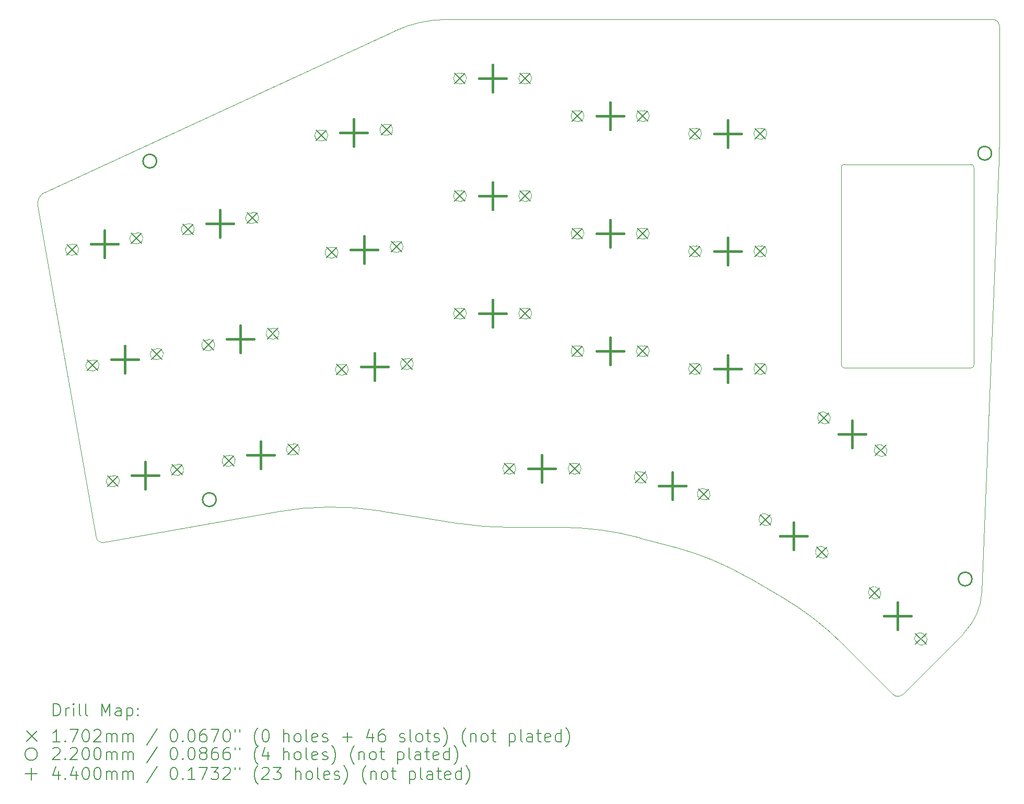
<source format=gbr>
%TF.GenerationSoftware,KiCad,Pcbnew,8.0.6*%
%TF.CreationDate,2025-05-26T15:17:00+09:00*%
%TF.ProjectId,hillside_speedrun,68696c6c-7369-4646-955f-737065656472,rev?*%
%TF.SameCoordinates,Original*%
%TF.FileFunction,Drillmap*%
%TF.FilePolarity,Positive*%
%FSLAX45Y45*%
G04 Gerber Fmt 4.5, Leading zero omitted, Abs format (unit mm)*
G04 Created by KiCad (PCBNEW 8.0.6) date 2025-05-26 15:17:00*
%MOMM*%
%LPD*%
G01*
G04 APERTURE LIST*
%ADD10C,0.100000*%
%ADD11C,0.050000*%
%ADD12C,0.120000*%
%ADD13C,0.200000*%
%ADD14C,0.170180*%
%ADD15C,0.220000*%
%ADD16C,0.440000*%
G04 APERTURE END LIST*
D10*
X16161135Y-13799003D02*
G75*
G02*
X16019714Y-13799003I-70711J70711D01*
G01*
X2154854Y-5873428D02*
G75*
G02*
X2268118Y-5657053I196966J34728D01*
G01*
X3218959Y-11332391D02*
G75*
G02*
X3103108Y-11251276I-17369J98481D01*
G01*
X7945542Y-3041052D02*
G75*
G02*
X8782512Y-2857501I836968J-1816448D01*
G01*
D11*
X17636200Y-2857500D02*
G75*
G02*
X17736200Y-2957500I0J-100000D01*
G01*
D10*
X17736200Y-4939771D02*
G75*
G02*
X17732221Y-5139219I-4999680J-9D01*
G01*
X17453061Y-12131958D02*
G75*
G02*
X17160964Y-12799175I-999201J39888D01*
G01*
X9769035Y-11087100D02*
G75*
G02*
X8981118Y-11024628I5J5000020D01*
G01*
X14178026Y-12197137D02*
G75*
G02*
X15210910Y-12990200I-2502656J-4328603D01*
G01*
X12473146Y-11408230D02*
G75*
G02*
X13678746Y-11908469I-1297046J-4828840D01*
G01*
X10617781Y-11087100D02*
G75*
G02*
X11914832Y-11258264I-1J-5000010D01*
G01*
X6045650Y-10833969D02*
G75*
G02*
X7701808Y-10820480I868240J-4924031D01*
G01*
X2154854Y-5873428D02*
X3103113Y-11251275D01*
X10477500Y-2857500D02*
X17636200Y-2857500D01*
D11*
X17736200Y-4939771D02*
X17736200Y-2957500D01*
D10*
X7945542Y-3041052D02*
X2268119Y-5657053D01*
X10477500Y-2857500D02*
X8782512Y-2857500D01*
X13678745Y-11908470D02*
X14178026Y-12197137D01*
X7701808Y-10820480D02*
X8981118Y-11024629D01*
X16161135Y-13799003D02*
X17160964Y-12799175D01*
X9769035Y-11087100D02*
X10617781Y-11087100D01*
X15210910Y-12990200D02*
X16019714Y-13799003D01*
X11914832Y-11258264D02*
X12473146Y-11408230D01*
X3218959Y-11332391D02*
X6045650Y-10833969D01*
X17453061Y-12131958D02*
X17732221Y-5139219D01*
D12*
X17325936Y-5254778D02*
X17325936Y-8454778D01*
X17275936Y-8504778D02*
X15225936Y-8504778D01*
X15225936Y-5204778D02*
X17275936Y-5204778D01*
X15175936Y-8454778D02*
X15175936Y-5254778D01*
X17325936Y-8454778D02*
G75*
G02*
X17275936Y-8504778I-50000J0D01*
G01*
X17275936Y-5204778D02*
G75*
G02*
X17325936Y-5254778I0J-50000D01*
G01*
X15225936Y-8504778D02*
G75*
G02*
X15175936Y-8454778I0J50000D01*
G01*
X15175936Y-5254778D02*
G75*
G02*
X15225936Y-5204778I50000J0D01*
G01*
D13*
D14*
X2625455Y-6500979D02*
X2795635Y-6671159D01*
X2795635Y-6500979D02*
X2625455Y-6671159D01*
D10*
X2716450Y-6498625D02*
X2675088Y-6505918D01*
X2704640Y-6673513D02*
G75*
G02*
X2675088Y-6505918I-14776J83797D01*
G01*
X2704640Y-6673513D02*
X2746002Y-6666220D01*
X2746002Y-6666220D02*
G75*
G03*
X2716450Y-6498625I-14776J83797D01*
G01*
D14*
X2956255Y-8377038D02*
X3126435Y-8547218D01*
X3126435Y-8377038D02*
X2956255Y-8547218D01*
D10*
X3047250Y-8374684D02*
X3005888Y-8381977D01*
X3035439Y-8549572D02*
G75*
G02*
X3005888Y-8381977I-14776J83797D01*
G01*
X3035439Y-8549572D02*
X3076801Y-8542279D01*
X3076801Y-8542279D02*
G75*
G03*
X3047250Y-8374684I-14776J83797D01*
G01*
D14*
X3287054Y-10253097D02*
X3457234Y-10423277D01*
X3457234Y-10253097D02*
X3287054Y-10423277D01*
D10*
X3378050Y-10250743D02*
X3336688Y-10258036D01*
X3366239Y-10425631D02*
G75*
G02*
X3336688Y-10258036I-14776J83797D01*
G01*
X3366239Y-10425631D02*
X3407601Y-10418337D01*
X3407601Y-10418337D02*
G75*
G03*
X3378050Y-10250743I-14776J83797D01*
G01*
D14*
X3667382Y-6317259D02*
X3837562Y-6487439D01*
X3837562Y-6317259D02*
X3667382Y-6487439D01*
D10*
X3758377Y-6314905D02*
X3717015Y-6322199D01*
X3746566Y-6489793D02*
G75*
G02*
X3717015Y-6322199I-14776J83797D01*
G01*
X3746566Y-6489793D02*
X3787928Y-6482500D01*
X3787928Y-6482500D02*
G75*
G03*
X3758377Y-6314905I-14776J83797D01*
G01*
D14*
X3998181Y-8193318D02*
X4168361Y-8363498D01*
X4168361Y-8193318D02*
X3998181Y-8363498D01*
D10*
X4089176Y-8190964D02*
X4047815Y-8198257D01*
X4077366Y-8365852D02*
G75*
G02*
X4047815Y-8198257I-14776J83797D01*
G01*
X4077366Y-8365852D02*
X4118728Y-8358559D01*
X4118728Y-8358559D02*
G75*
G03*
X4089177Y-8190964I-14776J83797D01*
G01*
D14*
X4328981Y-10069377D02*
X4499161Y-10239557D01*
X4499161Y-10069377D02*
X4328981Y-10239557D01*
D10*
X4419976Y-10067023D02*
X4378614Y-10074316D01*
X4408166Y-10241911D02*
G75*
G02*
X4378614Y-10074316I-14776J83797D01*
G01*
X4408166Y-10241911D02*
X4449528Y-10234618D01*
X4449528Y-10234618D02*
G75*
G03*
X4419976Y-10067023I-14776J83797D01*
G01*
D14*
X4501514Y-6170179D02*
X4671694Y-6340359D01*
X4671694Y-6170179D02*
X4501514Y-6340359D01*
D10*
X4592509Y-6167825D02*
X4551147Y-6175119D01*
X4580698Y-6342713D02*
G75*
G02*
X4551147Y-6175119I-14776J83797D01*
G01*
X4580699Y-6342713D02*
X4622060Y-6335420D01*
X4622060Y-6335420D02*
G75*
G03*
X4592509Y-6167825I-14776J83797D01*
G01*
D14*
X4832314Y-8046238D02*
X5002494Y-8216418D01*
X5002494Y-8046238D02*
X4832314Y-8216418D01*
D10*
X4923309Y-8043884D02*
X4881947Y-8051177D01*
X4911498Y-8218772D02*
G75*
G02*
X4881947Y-8051177I-14776J83797D01*
G01*
X4911498Y-8218772D02*
X4952860Y-8211479D01*
X4952860Y-8211479D02*
G75*
G03*
X4923309Y-8043884I-14776J83797D01*
G01*
D14*
X5163113Y-9922297D02*
X5333293Y-10092477D01*
X5333293Y-9922297D02*
X5163113Y-10092477D01*
D10*
X5254109Y-9919943D02*
X5212747Y-9927236D01*
X5242298Y-10094831D02*
G75*
G02*
X5212747Y-9927236I-14776J83797D01*
G01*
X5242298Y-10094831D02*
X5283660Y-10087538D01*
X5283660Y-10087538D02*
G75*
G03*
X5254109Y-9919943I-14776J83797D01*
G01*
D14*
X5543440Y-5986459D02*
X5713620Y-6156639D01*
X5713620Y-5986459D02*
X5543440Y-6156639D01*
D10*
X5634435Y-5984106D02*
X5593074Y-5991399D01*
X5622625Y-6158993D02*
G75*
G02*
X5593074Y-5991399I-14776J83797D01*
G01*
X5622625Y-6158993D02*
X5663987Y-6151700D01*
X5663987Y-6151700D02*
G75*
G03*
X5634436Y-5984106I-14776J83797D01*
G01*
D14*
X5874240Y-7862518D02*
X6044420Y-8032698D01*
X6044420Y-7862518D02*
X5874240Y-8032698D01*
D10*
X5965235Y-7860164D02*
X5923873Y-7867458D01*
X5953425Y-8035052D02*
G75*
G02*
X5923873Y-7867458I-14776J83797D01*
G01*
X5953425Y-8035052D02*
X5994787Y-8027759D01*
X5994787Y-8027759D02*
G75*
G03*
X5965235Y-7860164I-14776J83797D01*
G01*
D14*
X6205040Y-9738577D02*
X6375220Y-9908757D01*
X6375220Y-9738577D02*
X6205040Y-9908757D01*
D10*
X6296035Y-9736223D02*
X6254673Y-9743516D01*
X6284225Y-9911111D02*
G75*
G02*
X6254673Y-9743516I-14776J83797D01*
G01*
X6284225Y-9911111D02*
X6325587Y-9903818D01*
X6325587Y-9903818D02*
G75*
G03*
X6296035Y-9736223I-14776J83797D01*
G01*
D14*
X6664541Y-4650232D02*
X6834721Y-4820412D01*
X6834721Y-4650232D02*
X6664541Y-4820412D01*
D10*
X6763135Y-4648725D02*
X6721295Y-4652386D01*
X6736127Y-4821918D02*
G75*
G02*
X6721295Y-4652386I-7416J84766D01*
G01*
X6736127Y-4821918D02*
X6777967Y-4818258D01*
X6777967Y-4818258D02*
G75*
G03*
X6763135Y-4648725I-7416J84766D01*
G01*
D14*
X6830573Y-6547983D02*
X7000753Y-6718163D01*
X7000753Y-6547983D02*
X6830573Y-6718163D01*
D10*
X6929167Y-6546476D02*
X6887327Y-6550137D01*
X6902159Y-6719669D02*
G75*
G02*
X6887327Y-6550137I-7416J84766D01*
G01*
X6902159Y-6719669D02*
X6943999Y-6716009D01*
X6943999Y-6716009D02*
G75*
G03*
X6929167Y-6546476I-7416J84766D01*
G01*
D14*
X6996605Y-8445734D02*
X7166785Y-8615914D01*
X7166785Y-8445734D02*
X6996605Y-8615914D01*
D10*
X7095199Y-8444227D02*
X7053358Y-8447888D01*
X7068191Y-8617420D02*
G75*
G02*
X7053358Y-8447888I-7416J84766D01*
G01*
X7068191Y-8617420D02*
X7110031Y-8613760D01*
X7110031Y-8613760D02*
G75*
G03*
X7095199Y-8444227I-7416J84766D01*
G01*
D14*
X7718515Y-4558021D02*
X7888695Y-4728201D01*
X7888695Y-4558021D02*
X7718515Y-4728201D01*
D10*
X7817109Y-4556515D02*
X7775269Y-4560175D01*
X7790101Y-4729708D02*
G75*
G02*
X7775269Y-4560175I-7416J84766D01*
G01*
X7790101Y-4729708D02*
X7831941Y-4726047D01*
X7831941Y-4726047D02*
G75*
G03*
X7817109Y-4556515I-7416J84766D01*
G01*
D14*
X7884547Y-6455772D02*
X8054727Y-6625952D01*
X8054727Y-6455772D02*
X7884547Y-6625952D01*
D10*
X7983141Y-6454265D02*
X7941301Y-6457926D01*
X7956133Y-6627458D02*
G75*
G02*
X7941301Y-6457926I-7416J84766D01*
G01*
X7956133Y-6627458D02*
X7997973Y-6623798D01*
X7997973Y-6623798D02*
G75*
G03*
X7983141Y-6454265I-7416J84766D01*
G01*
D14*
X8050579Y-8353523D02*
X8220759Y-8523703D01*
X8220759Y-8353523D02*
X8050579Y-8523703D01*
D10*
X8149173Y-8352016D02*
X8107332Y-8355677D01*
X8122165Y-8525209D02*
G75*
G02*
X8107332Y-8355677I-7416J84766D01*
G01*
X8122165Y-8525209D02*
X8164005Y-8521549D01*
X8164005Y-8521549D02*
G75*
G03*
X8149173Y-8352016I-7416J84766D01*
G01*
D14*
X8910910Y-3724910D02*
X9081090Y-3895090D01*
X9081090Y-3724910D02*
X8910910Y-3895090D01*
D10*
X9017000Y-3724910D02*
X8975000Y-3724910D01*
X8975000Y-3895090D02*
G75*
G02*
X8975000Y-3724910I0J85090D01*
G01*
X8975000Y-3895090D02*
X9017000Y-3895090D01*
X9017000Y-3895090D02*
G75*
G03*
X9017000Y-3724910I0J85090D01*
G01*
D14*
X8910910Y-5629910D02*
X9081090Y-5800090D01*
X9081090Y-5629910D02*
X8910910Y-5800090D01*
D10*
X9017000Y-5629910D02*
X8975000Y-5629910D01*
X8975000Y-5800090D02*
G75*
G02*
X8975000Y-5629910I0J85090D01*
G01*
X8975000Y-5800090D02*
X9017000Y-5800090D01*
X9017000Y-5800090D02*
G75*
G03*
X9017000Y-5629910I0J85090D01*
G01*
D14*
X8910910Y-7534910D02*
X9081090Y-7705090D01*
X9081090Y-7534910D02*
X8910910Y-7705090D01*
D10*
X9017000Y-7534910D02*
X8975000Y-7534910D01*
X8975000Y-7705090D02*
G75*
G02*
X8975000Y-7534910I0J85090D01*
G01*
X8975000Y-7705090D02*
X9017000Y-7705090D01*
X9017000Y-7705090D02*
G75*
G03*
X9017000Y-7534910I0J85090D01*
G01*
D14*
X9711010Y-10049510D02*
X9881190Y-10219690D01*
X9881190Y-10049510D02*
X9711010Y-10219690D01*
D10*
X9817100Y-10049510D02*
X9775100Y-10049510D01*
X9775100Y-10219690D02*
G75*
G02*
X9775100Y-10049510I0J85090D01*
G01*
X9775100Y-10219690D02*
X9817100Y-10219690D01*
X9817100Y-10219690D02*
G75*
G03*
X9817100Y-10049510I0J85090D01*
G01*
D14*
X9968910Y-3724910D02*
X10139090Y-3895090D01*
X10139090Y-3724910D02*
X9968910Y-3895090D01*
D10*
X10075000Y-3724910D02*
X10033000Y-3724910D01*
X10033000Y-3895090D02*
G75*
G02*
X10033000Y-3724910I0J85090D01*
G01*
X10033000Y-3895090D02*
X10075000Y-3895090D01*
X10075000Y-3895090D02*
G75*
G03*
X10075000Y-3724910I0J85090D01*
G01*
D14*
X9968910Y-5629910D02*
X10139090Y-5800090D01*
X10139090Y-5629910D02*
X9968910Y-5800090D01*
D10*
X10075000Y-5629910D02*
X10033000Y-5629910D01*
X10033000Y-5800090D02*
G75*
G02*
X10033000Y-5629910I0J85090D01*
G01*
X10033000Y-5800090D02*
X10075000Y-5800090D01*
X10075000Y-5800090D02*
G75*
G03*
X10075000Y-5629910I0J85090D01*
G01*
D14*
X9968910Y-7534910D02*
X10139090Y-7705090D01*
X10139090Y-7534910D02*
X9968910Y-7705090D01*
D10*
X10075000Y-7534910D02*
X10033000Y-7534910D01*
X10033000Y-7705090D02*
G75*
G02*
X10033000Y-7534910I0J85090D01*
G01*
X10033000Y-7705090D02*
X10075000Y-7705090D01*
X10075000Y-7705090D02*
G75*
G03*
X10075000Y-7534910I0J85090D01*
G01*
D14*
X10769010Y-10049510D02*
X10939190Y-10219690D01*
X10939190Y-10049510D02*
X10769010Y-10219690D01*
D10*
X10875100Y-10049510D02*
X10833100Y-10049510D01*
X10833100Y-10219690D02*
G75*
G02*
X10833100Y-10049510I0J85090D01*
G01*
X10833100Y-10219690D02*
X10875100Y-10219690D01*
X10875100Y-10219690D02*
G75*
G03*
X10875100Y-10049510I0J85090D01*
G01*
D14*
X10815910Y-4334510D02*
X10986090Y-4504690D01*
X10986090Y-4334510D02*
X10815910Y-4504690D01*
D10*
X10922000Y-4334510D02*
X10880000Y-4334510D01*
X10880000Y-4504690D02*
G75*
G02*
X10880000Y-4334510I0J85090D01*
G01*
X10880000Y-4504690D02*
X10922000Y-4504690D01*
X10922000Y-4504690D02*
G75*
G03*
X10922000Y-4334510I0J85090D01*
G01*
D14*
X10815910Y-6239510D02*
X10986090Y-6409690D01*
X10986090Y-6239510D02*
X10815910Y-6409690D01*
D10*
X10922000Y-6239510D02*
X10880000Y-6239510D01*
X10880000Y-6409690D02*
G75*
G02*
X10880000Y-6239510I0J85090D01*
G01*
X10880000Y-6409690D02*
X10922000Y-6409690D01*
X10922000Y-6409690D02*
G75*
G03*
X10922000Y-6239510I0J85090D01*
G01*
D14*
X10815910Y-8144510D02*
X10986090Y-8314690D01*
X10986090Y-8144510D02*
X10815910Y-8314690D01*
D10*
X10922000Y-8144510D02*
X10880000Y-8144510D01*
X10880000Y-8314690D02*
G75*
G02*
X10880000Y-8144510I0J85090D01*
G01*
X10880000Y-8314690D02*
X10922000Y-8314690D01*
X10922000Y-8314690D02*
G75*
G03*
X10922000Y-8144510I0J85090D01*
G01*
D14*
X11839290Y-10190415D02*
X12009470Y-10360595D01*
X12009470Y-10190415D02*
X11839290Y-10360595D01*
D10*
X11966688Y-10198750D02*
X11926119Y-10187879D01*
X11882073Y-10352261D02*
G75*
G02*
X11926119Y-10187879I22023J82191D01*
G01*
X11882073Y-10352261D02*
X11922642Y-10363131D01*
X11922642Y-10363131D02*
G75*
G03*
X11966688Y-10198750I22023J82191D01*
G01*
D14*
X11873910Y-4334510D02*
X12044090Y-4504690D01*
X12044090Y-4334510D02*
X11873910Y-4504690D01*
D10*
X11980000Y-4334510D02*
X11938000Y-4334510D01*
X11938000Y-4504690D02*
G75*
G02*
X11938000Y-4334510I0J85090D01*
G01*
X11938000Y-4504690D02*
X11980000Y-4504690D01*
X11980000Y-4504690D02*
G75*
G03*
X11980000Y-4334510I0J85090D01*
G01*
D14*
X11873910Y-6239510D02*
X12044090Y-6409690D01*
X12044090Y-6239510D02*
X11873910Y-6409690D01*
D10*
X11980000Y-6239510D02*
X11938000Y-6239510D01*
X11938000Y-6409690D02*
G75*
G02*
X11938000Y-6239510I0J85090D01*
G01*
X11938000Y-6409690D02*
X11980000Y-6409690D01*
X11980000Y-6409690D02*
G75*
G03*
X11980000Y-6239510I0J85090D01*
G01*
D14*
X11873910Y-8144510D02*
X12044090Y-8314690D01*
X12044090Y-8144510D02*
X11873910Y-8314690D01*
D10*
X11980000Y-8144510D02*
X11938000Y-8144510D01*
X11938000Y-8314690D02*
G75*
G02*
X11938000Y-8144510I0J85090D01*
G01*
X11938000Y-8314690D02*
X11980000Y-8314690D01*
X11980000Y-8314690D02*
G75*
G03*
X11980000Y-8144510I0J85090D01*
G01*
D14*
X12720910Y-4620260D02*
X12891090Y-4790440D01*
X12891090Y-4620260D02*
X12720910Y-4790440D01*
D10*
X12827000Y-4620260D02*
X12785000Y-4620260D01*
X12785000Y-4790440D02*
G75*
G02*
X12785000Y-4620260I0J85090D01*
G01*
X12785000Y-4790440D02*
X12827000Y-4790440D01*
X12827000Y-4790440D02*
G75*
G03*
X12827000Y-4620260I0J85090D01*
G01*
D14*
X12720910Y-6525260D02*
X12891090Y-6695440D01*
X12891090Y-6525260D02*
X12720910Y-6695440D01*
D10*
X12827000Y-6525260D02*
X12785000Y-6525260D01*
X12785000Y-6695440D02*
G75*
G02*
X12785000Y-6525260I0J85090D01*
G01*
X12785000Y-6695440D02*
X12827000Y-6695440D01*
X12827000Y-6695440D02*
G75*
G03*
X12827000Y-6525260I0J85090D01*
G01*
D14*
X12720910Y-8430260D02*
X12891090Y-8600440D01*
X12891090Y-8430260D02*
X12720910Y-8600440D01*
D10*
X12827000Y-8430260D02*
X12785000Y-8430260D01*
X12785000Y-8600440D02*
G75*
G02*
X12785000Y-8430260I0J85090D01*
G01*
X12785000Y-8600440D02*
X12827000Y-8600440D01*
X12827000Y-8600440D02*
G75*
G03*
X12827000Y-8430260I0J85090D01*
G01*
D14*
X12861240Y-10464246D02*
X13031420Y-10634426D01*
X13031420Y-10464246D02*
X12861240Y-10634426D01*
D10*
X12988637Y-10472580D02*
X12948068Y-10461710D01*
X12904023Y-10626091D02*
G75*
G02*
X12948068Y-10461710I22023J82191D01*
G01*
X12904023Y-10626091D02*
X12944591Y-10636962D01*
X12944591Y-10636962D02*
G75*
G03*
X12988637Y-10472580I22023J82191D01*
G01*
D14*
X13778910Y-4620260D02*
X13949090Y-4790440D01*
X13949090Y-4620260D02*
X13778910Y-4790440D01*
D10*
X13885000Y-4620260D02*
X13843000Y-4620260D01*
X13843000Y-4790440D02*
G75*
G02*
X13843000Y-4620260I0J85090D01*
G01*
X13843000Y-4790440D02*
X13885000Y-4790440D01*
X13885000Y-4790440D02*
G75*
G03*
X13885000Y-4620260I0J85090D01*
G01*
D14*
X13778910Y-6525260D02*
X13949090Y-6695440D01*
X13949090Y-6525260D02*
X13778910Y-6695440D01*
D10*
X13885000Y-6525260D02*
X13843000Y-6525260D01*
X13843000Y-6695440D02*
G75*
G02*
X13843000Y-6525260I0J85090D01*
G01*
X13843000Y-6695440D02*
X13885000Y-6695440D01*
X13885000Y-6695440D02*
G75*
G03*
X13885000Y-6525260I0J85090D01*
G01*
D14*
X13778910Y-8430260D02*
X13949090Y-8600440D01*
X13949090Y-8430260D02*
X13778910Y-8600440D01*
D10*
X13885000Y-8430260D02*
X13843000Y-8430260D01*
X13843000Y-8600440D02*
G75*
G02*
X13843000Y-8430260I0J85090D01*
G01*
X13843000Y-8600440D02*
X13885000Y-8600440D01*
X13885000Y-8600440D02*
G75*
G03*
X13885000Y-8430260I0J85090D01*
G01*
D14*
X13858583Y-10877359D02*
X14028763Y-11047539D01*
X14028763Y-10877359D02*
X13858583Y-11047539D01*
D10*
X14004404Y-10899258D02*
X13968031Y-10878258D01*
X13882941Y-11025639D02*
G75*
G02*
X13968031Y-10878258I42545J73690D01*
G01*
X13882941Y-11025639D02*
X13919314Y-11046639D01*
X13919314Y-11046639D02*
G75*
G03*
X14004404Y-10899258I42545J73690D01*
G01*
D14*
X14774837Y-11406358D02*
X14945017Y-11576538D01*
X14945017Y-11406358D02*
X14774837Y-11576538D01*
D10*
X14920659Y-11428258D02*
X14884286Y-11407258D01*
X14799196Y-11554639D02*
G75*
G02*
X14884286Y-11407258I42545J73690D01*
G01*
X14799196Y-11554639D02*
X14835569Y-11575639D01*
X14835569Y-11575639D02*
G75*
G03*
X14920659Y-11428258I42545J73690D01*
G01*
D14*
X14811083Y-9227580D02*
X14981263Y-9397760D01*
X14981263Y-9227580D02*
X14811083Y-9397760D01*
D10*
X14956904Y-9249480D02*
X14920531Y-9228480D01*
X14835441Y-9375860D02*
G75*
G02*
X14920531Y-9228480I42545J73690D01*
G01*
X14835441Y-9375860D02*
X14871814Y-9396860D01*
X14871814Y-9396860D02*
G75*
G03*
X14956904Y-9249480I42545J73690D01*
G01*
D14*
X15631275Y-12063526D02*
X15801455Y-12233706D01*
X15801455Y-12063526D02*
X15631275Y-12233706D01*
D10*
X15791382Y-12103298D02*
X15761683Y-12073599D01*
X15641348Y-12193935D02*
G75*
G02*
X15761683Y-12073599I60168J60168D01*
G01*
X15641348Y-12193935D02*
X15671046Y-12223633D01*
X15671046Y-12223633D02*
G75*
G03*
X15791382Y-12103298I60168J60168D01*
G01*
D14*
X15727337Y-9756580D02*
X15897517Y-9926760D01*
X15897517Y-9756580D02*
X15727337Y-9926760D01*
D10*
X15873159Y-9778480D02*
X15836786Y-9757480D01*
X15751696Y-9904860D02*
G75*
G02*
X15836786Y-9757480I42545J73690D01*
G01*
X15751696Y-9904860D02*
X15788069Y-9925860D01*
X15788069Y-9925860D02*
G75*
G03*
X15873159Y-9778480I42545J73690D01*
G01*
D14*
X16379394Y-12811645D02*
X16549574Y-12981825D01*
X16549574Y-12811645D02*
X16379394Y-12981825D01*
D10*
X16539501Y-12851417D02*
X16509802Y-12821718D01*
X16389467Y-12942054D02*
G75*
G02*
X16509802Y-12821718I60168J60168D01*
G01*
X16389467Y-12942054D02*
X16419165Y-12971752D01*
X16419165Y-12971752D02*
G75*
G03*
X16539501Y-12851417I60168J60168D01*
G01*
D15*
X4079400Y-5152335D02*
G75*
G02*
X3859400Y-5152335I-110000J0D01*
G01*
X3859400Y-5152335D02*
G75*
G02*
X4079400Y-5152335I110000J0D01*
G01*
X5044600Y-10638735D02*
G75*
G02*
X4824600Y-10638735I-110000J0D01*
G01*
X4824600Y-10638735D02*
G75*
G02*
X5044600Y-10638735I110000J0D01*
G01*
X17293100Y-11925300D02*
G75*
G02*
X17073100Y-11925300I-110000J0D01*
G01*
X17073100Y-11925300D02*
G75*
G02*
X17293100Y-11925300I110000J0D01*
G01*
X17610087Y-5025335D02*
G75*
G02*
X17390087Y-5025335I-110000J0D01*
G01*
X17390087Y-5025335D02*
G75*
G02*
X17610087Y-5025335I110000J0D01*
G01*
D16*
X3231508Y-6274209D02*
X3231508Y-6714209D01*
X3011508Y-6494209D02*
X3451508Y-6494209D01*
X3562308Y-8150268D02*
X3562308Y-8590268D01*
X3342308Y-8370268D02*
X3782308Y-8370268D01*
X3893108Y-10026327D02*
X3893108Y-10466327D01*
X3673108Y-10246327D02*
X4113108Y-10246327D01*
X5107567Y-5943409D02*
X5107567Y-6383409D01*
X4887567Y-6163409D02*
X5327567Y-6163409D01*
X5438367Y-7819468D02*
X5438367Y-8259468D01*
X5218367Y-8039468D02*
X5658367Y-8039468D01*
X5769167Y-9695527D02*
X5769167Y-10135527D01*
X5549167Y-9915527D02*
X5989167Y-9915527D01*
X7276618Y-4469217D02*
X7276618Y-4909217D01*
X7056618Y-4689217D02*
X7496618Y-4689217D01*
X7442650Y-6366967D02*
X7442650Y-6806967D01*
X7222650Y-6586967D02*
X7662650Y-6586967D01*
X7608682Y-8264718D02*
X7608682Y-8704718D01*
X7388682Y-8484718D02*
X7828682Y-8484718D01*
X9525000Y-3590000D02*
X9525000Y-4030000D01*
X9305000Y-3810000D02*
X9745000Y-3810000D01*
X9525000Y-5495000D02*
X9525000Y-5935000D01*
X9305000Y-5715000D02*
X9745000Y-5715000D01*
X9525000Y-7400000D02*
X9525000Y-7840000D01*
X9305000Y-7620000D02*
X9745000Y-7620000D01*
X10325100Y-9914600D02*
X10325100Y-10354600D01*
X10105100Y-10134600D02*
X10545100Y-10134600D01*
X11430000Y-4199600D02*
X11430000Y-4639600D01*
X11210000Y-4419600D02*
X11650000Y-4419600D01*
X11430000Y-6104600D02*
X11430000Y-6544600D01*
X11210000Y-6324600D02*
X11650000Y-6324600D01*
X11430000Y-8009600D02*
X11430000Y-8449600D01*
X11210000Y-8229600D02*
X11650000Y-8229600D01*
X12435355Y-10192420D02*
X12435355Y-10632420D01*
X12215355Y-10412420D02*
X12655355Y-10412420D01*
X13335000Y-4485350D02*
X13335000Y-4925350D01*
X13115000Y-4705350D02*
X13555000Y-4705350D01*
X13335000Y-6390350D02*
X13335000Y-6830350D01*
X13115000Y-6610350D02*
X13555000Y-6610350D01*
X13335000Y-8295350D02*
X13335000Y-8735350D01*
X13115000Y-8515350D02*
X13555000Y-8515350D01*
X14401800Y-11006949D02*
X14401800Y-11446948D01*
X14181800Y-11226948D02*
X14621800Y-11226948D01*
X15354300Y-9357170D02*
X15354300Y-9797170D01*
X15134300Y-9577170D02*
X15574300Y-9577170D01*
X16090424Y-12302676D02*
X16090424Y-12742676D01*
X15870424Y-12522676D02*
X16310424Y-12522676D01*
D13*
X2407593Y-14144776D02*
X2407593Y-13944776D01*
X2407593Y-13944776D02*
X2455212Y-13944776D01*
X2455212Y-13944776D02*
X2483783Y-13954300D01*
X2483783Y-13954300D02*
X2502831Y-13973348D01*
X2502831Y-13973348D02*
X2512355Y-13992395D01*
X2512355Y-13992395D02*
X2521878Y-14030491D01*
X2521878Y-14030491D02*
X2521878Y-14059062D01*
X2521878Y-14059062D02*
X2512355Y-14097157D01*
X2512355Y-14097157D02*
X2502831Y-14116205D01*
X2502831Y-14116205D02*
X2483783Y-14135253D01*
X2483783Y-14135253D02*
X2455212Y-14144776D01*
X2455212Y-14144776D02*
X2407593Y-14144776D01*
X2607593Y-14144776D02*
X2607593Y-14011443D01*
X2607593Y-14049538D02*
X2617117Y-14030491D01*
X2617117Y-14030491D02*
X2626640Y-14020967D01*
X2626640Y-14020967D02*
X2645688Y-14011443D01*
X2645688Y-14011443D02*
X2664736Y-14011443D01*
X2731402Y-14144776D02*
X2731402Y-14011443D01*
X2731402Y-13944776D02*
X2721878Y-13954300D01*
X2721878Y-13954300D02*
X2731402Y-13963824D01*
X2731402Y-13963824D02*
X2740926Y-13954300D01*
X2740926Y-13954300D02*
X2731402Y-13944776D01*
X2731402Y-13944776D02*
X2731402Y-13963824D01*
X2855212Y-14144776D02*
X2836164Y-14135253D01*
X2836164Y-14135253D02*
X2826640Y-14116205D01*
X2826640Y-14116205D02*
X2826640Y-13944776D01*
X2959974Y-14144776D02*
X2940926Y-14135253D01*
X2940926Y-14135253D02*
X2931402Y-14116205D01*
X2931402Y-14116205D02*
X2931402Y-13944776D01*
X3188545Y-14144776D02*
X3188545Y-13944776D01*
X3188545Y-13944776D02*
X3255212Y-14087633D01*
X3255212Y-14087633D02*
X3321878Y-13944776D01*
X3321878Y-13944776D02*
X3321878Y-14144776D01*
X3502831Y-14144776D02*
X3502831Y-14040014D01*
X3502831Y-14040014D02*
X3493307Y-14020967D01*
X3493307Y-14020967D02*
X3474259Y-14011443D01*
X3474259Y-14011443D02*
X3436164Y-14011443D01*
X3436164Y-14011443D02*
X3417116Y-14020967D01*
X3502831Y-14135253D02*
X3483783Y-14144776D01*
X3483783Y-14144776D02*
X3436164Y-14144776D01*
X3436164Y-14144776D02*
X3417116Y-14135253D01*
X3417116Y-14135253D02*
X3407593Y-14116205D01*
X3407593Y-14116205D02*
X3407593Y-14097157D01*
X3407593Y-14097157D02*
X3417116Y-14078110D01*
X3417116Y-14078110D02*
X3436164Y-14068586D01*
X3436164Y-14068586D02*
X3483783Y-14068586D01*
X3483783Y-14068586D02*
X3502831Y-14059062D01*
X3598069Y-14011443D02*
X3598069Y-14211443D01*
X3598069Y-14020967D02*
X3617116Y-14011443D01*
X3617116Y-14011443D02*
X3655212Y-14011443D01*
X3655212Y-14011443D02*
X3674259Y-14020967D01*
X3674259Y-14020967D02*
X3683783Y-14030491D01*
X3683783Y-14030491D02*
X3693307Y-14049538D01*
X3693307Y-14049538D02*
X3693307Y-14106681D01*
X3693307Y-14106681D02*
X3683783Y-14125729D01*
X3683783Y-14125729D02*
X3674259Y-14135253D01*
X3674259Y-14135253D02*
X3655212Y-14144776D01*
X3655212Y-14144776D02*
X3617116Y-14144776D01*
X3617116Y-14144776D02*
X3598069Y-14135253D01*
X3779021Y-14125729D02*
X3788545Y-14135253D01*
X3788545Y-14135253D02*
X3779021Y-14144776D01*
X3779021Y-14144776D02*
X3769497Y-14135253D01*
X3769497Y-14135253D02*
X3779021Y-14125729D01*
X3779021Y-14125729D02*
X3779021Y-14144776D01*
X3779021Y-14020967D02*
X3788545Y-14030491D01*
X3788545Y-14030491D02*
X3779021Y-14040014D01*
X3779021Y-14040014D02*
X3769497Y-14030491D01*
X3769497Y-14030491D02*
X3779021Y-14020967D01*
X3779021Y-14020967D02*
X3779021Y-14040014D01*
D14*
X1976636Y-14388203D02*
X2146816Y-14558383D01*
X2146816Y-14388203D02*
X1976636Y-14558383D01*
D13*
X2512355Y-14564776D02*
X2398069Y-14564776D01*
X2455212Y-14564776D02*
X2455212Y-14364776D01*
X2455212Y-14364776D02*
X2436164Y-14393348D01*
X2436164Y-14393348D02*
X2417117Y-14412395D01*
X2417117Y-14412395D02*
X2398069Y-14421919D01*
X2598069Y-14545729D02*
X2607593Y-14555253D01*
X2607593Y-14555253D02*
X2598069Y-14564776D01*
X2598069Y-14564776D02*
X2588545Y-14555253D01*
X2588545Y-14555253D02*
X2598069Y-14545729D01*
X2598069Y-14545729D02*
X2598069Y-14564776D01*
X2674259Y-14364776D02*
X2807593Y-14364776D01*
X2807593Y-14364776D02*
X2721878Y-14564776D01*
X2921878Y-14364776D02*
X2940926Y-14364776D01*
X2940926Y-14364776D02*
X2959974Y-14374300D01*
X2959974Y-14374300D02*
X2969497Y-14383824D01*
X2969497Y-14383824D02*
X2979021Y-14402872D01*
X2979021Y-14402872D02*
X2988545Y-14440967D01*
X2988545Y-14440967D02*
X2988545Y-14488586D01*
X2988545Y-14488586D02*
X2979021Y-14526681D01*
X2979021Y-14526681D02*
X2969497Y-14545729D01*
X2969497Y-14545729D02*
X2959974Y-14555253D01*
X2959974Y-14555253D02*
X2940926Y-14564776D01*
X2940926Y-14564776D02*
X2921878Y-14564776D01*
X2921878Y-14564776D02*
X2902831Y-14555253D01*
X2902831Y-14555253D02*
X2893307Y-14545729D01*
X2893307Y-14545729D02*
X2883783Y-14526681D01*
X2883783Y-14526681D02*
X2874259Y-14488586D01*
X2874259Y-14488586D02*
X2874259Y-14440967D01*
X2874259Y-14440967D02*
X2883783Y-14402872D01*
X2883783Y-14402872D02*
X2893307Y-14383824D01*
X2893307Y-14383824D02*
X2902831Y-14374300D01*
X2902831Y-14374300D02*
X2921878Y-14364776D01*
X3064736Y-14383824D02*
X3074259Y-14374300D01*
X3074259Y-14374300D02*
X3093307Y-14364776D01*
X3093307Y-14364776D02*
X3140926Y-14364776D01*
X3140926Y-14364776D02*
X3159974Y-14374300D01*
X3159974Y-14374300D02*
X3169497Y-14383824D01*
X3169497Y-14383824D02*
X3179021Y-14402872D01*
X3179021Y-14402872D02*
X3179021Y-14421919D01*
X3179021Y-14421919D02*
X3169497Y-14450491D01*
X3169497Y-14450491D02*
X3055212Y-14564776D01*
X3055212Y-14564776D02*
X3179021Y-14564776D01*
X3264736Y-14564776D02*
X3264736Y-14431443D01*
X3264736Y-14450491D02*
X3274259Y-14440967D01*
X3274259Y-14440967D02*
X3293307Y-14431443D01*
X3293307Y-14431443D02*
X3321878Y-14431443D01*
X3321878Y-14431443D02*
X3340926Y-14440967D01*
X3340926Y-14440967D02*
X3350450Y-14460014D01*
X3350450Y-14460014D02*
X3350450Y-14564776D01*
X3350450Y-14460014D02*
X3359974Y-14440967D01*
X3359974Y-14440967D02*
X3379021Y-14431443D01*
X3379021Y-14431443D02*
X3407593Y-14431443D01*
X3407593Y-14431443D02*
X3426640Y-14440967D01*
X3426640Y-14440967D02*
X3436164Y-14460014D01*
X3436164Y-14460014D02*
X3436164Y-14564776D01*
X3531402Y-14564776D02*
X3531402Y-14431443D01*
X3531402Y-14450491D02*
X3540926Y-14440967D01*
X3540926Y-14440967D02*
X3559974Y-14431443D01*
X3559974Y-14431443D02*
X3588545Y-14431443D01*
X3588545Y-14431443D02*
X3607593Y-14440967D01*
X3607593Y-14440967D02*
X3617117Y-14460014D01*
X3617117Y-14460014D02*
X3617117Y-14564776D01*
X3617117Y-14460014D02*
X3626640Y-14440967D01*
X3626640Y-14440967D02*
X3645688Y-14431443D01*
X3645688Y-14431443D02*
X3674259Y-14431443D01*
X3674259Y-14431443D02*
X3693307Y-14440967D01*
X3693307Y-14440967D02*
X3702831Y-14460014D01*
X3702831Y-14460014D02*
X3702831Y-14564776D01*
X4093307Y-14355253D02*
X3921879Y-14612395D01*
X4350450Y-14364776D02*
X4369498Y-14364776D01*
X4369498Y-14364776D02*
X4388545Y-14374300D01*
X4388545Y-14374300D02*
X4398069Y-14383824D01*
X4398069Y-14383824D02*
X4407593Y-14402872D01*
X4407593Y-14402872D02*
X4417117Y-14440967D01*
X4417117Y-14440967D02*
X4417117Y-14488586D01*
X4417117Y-14488586D02*
X4407593Y-14526681D01*
X4407593Y-14526681D02*
X4398069Y-14545729D01*
X4398069Y-14545729D02*
X4388545Y-14555253D01*
X4388545Y-14555253D02*
X4369498Y-14564776D01*
X4369498Y-14564776D02*
X4350450Y-14564776D01*
X4350450Y-14564776D02*
X4331402Y-14555253D01*
X4331402Y-14555253D02*
X4321879Y-14545729D01*
X4321879Y-14545729D02*
X4312355Y-14526681D01*
X4312355Y-14526681D02*
X4302831Y-14488586D01*
X4302831Y-14488586D02*
X4302831Y-14440967D01*
X4302831Y-14440967D02*
X4312355Y-14402872D01*
X4312355Y-14402872D02*
X4321879Y-14383824D01*
X4321879Y-14383824D02*
X4331402Y-14374300D01*
X4331402Y-14374300D02*
X4350450Y-14364776D01*
X4502831Y-14545729D02*
X4512355Y-14555253D01*
X4512355Y-14555253D02*
X4502831Y-14564776D01*
X4502831Y-14564776D02*
X4493307Y-14555253D01*
X4493307Y-14555253D02*
X4502831Y-14545729D01*
X4502831Y-14545729D02*
X4502831Y-14564776D01*
X4636164Y-14364776D02*
X4655212Y-14364776D01*
X4655212Y-14364776D02*
X4674260Y-14374300D01*
X4674260Y-14374300D02*
X4683783Y-14383824D01*
X4683783Y-14383824D02*
X4693307Y-14402872D01*
X4693307Y-14402872D02*
X4702831Y-14440967D01*
X4702831Y-14440967D02*
X4702831Y-14488586D01*
X4702831Y-14488586D02*
X4693307Y-14526681D01*
X4693307Y-14526681D02*
X4683783Y-14545729D01*
X4683783Y-14545729D02*
X4674260Y-14555253D01*
X4674260Y-14555253D02*
X4655212Y-14564776D01*
X4655212Y-14564776D02*
X4636164Y-14564776D01*
X4636164Y-14564776D02*
X4617117Y-14555253D01*
X4617117Y-14555253D02*
X4607593Y-14545729D01*
X4607593Y-14545729D02*
X4598069Y-14526681D01*
X4598069Y-14526681D02*
X4588545Y-14488586D01*
X4588545Y-14488586D02*
X4588545Y-14440967D01*
X4588545Y-14440967D02*
X4598069Y-14402872D01*
X4598069Y-14402872D02*
X4607593Y-14383824D01*
X4607593Y-14383824D02*
X4617117Y-14374300D01*
X4617117Y-14374300D02*
X4636164Y-14364776D01*
X4874260Y-14364776D02*
X4836164Y-14364776D01*
X4836164Y-14364776D02*
X4817117Y-14374300D01*
X4817117Y-14374300D02*
X4807593Y-14383824D01*
X4807593Y-14383824D02*
X4788545Y-14412395D01*
X4788545Y-14412395D02*
X4779022Y-14450491D01*
X4779022Y-14450491D02*
X4779022Y-14526681D01*
X4779022Y-14526681D02*
X4788545Y-14545729D01*
X4788545Y-14545729D02*
X4798069Y-14555253D01*
X4798069Y-14555253D02*
X4817117Y-14564776D01*
X4817117Y-14564776D02*
X4855212Y-14564776D01*
X4855212Y-14564776D02*
X4874260Y-14555253D01*
X4874260Y-14555253D02*
X4883783Y-14545729D01*
X4883783Y-14545729D02*
X4893307Y-14526681D01*
X4893307Y-14526681D02*
X4893307Y-14479062D01*
X4893307Y-14479062D02*
X4883783Y-14460014D01*
X4883783Y-14460014D02*
X4874260Y-14450491D01*
X4874260Y-14450491D02*
X4855212Y-14440967D01*
X4855212Y-14440967D02*
X4817117Y-14440967D01*
X4817117Y-14440967D02*
X4798069Y-14450491D01*
X4798069Y-14450491D02*
X4788545Y-14460014D01*
X4788545Y-14460014D02*
X4779022Y-14479062D01*
X4959974Y-14364776D02*
X5093307Y-14364776D01*
X5093307Y-14364776D02*
X5007593Y-14564776D01*
X5207593Y-14364776D02*
X5226641Y-14364776D01*
X5226641Y-14364776D02*
X5245688Y-14374300D01*
X5245688Y-14374300D02*
X5255212Y-14383824D01*
X5255212Y-14383824D02*
X5264736Y-14402872D01*
X5264736Y-14402872D02*
X5274260Y-14440967D01*
X5274260Y-14440967D02*
X5274260Y-14488586D01*
X5274260Y-14488586D02*
X5264736Y-14526681D01*
X5264736Y-14526681D02*
X5255212Y-14545729D01*
X5255212Y-14545729D02*
X5245688Y-14555253D01*
X5245688Y-14555253D02*
X5226641Y-14564776D01*
X5226641Y-14564776D02*
X5207593Y-14564776D01*
X5207593Y-14564776D02*
X5188545Y-14555253D01*
X5188545Y-14555253D02*
X5179022Y-14545729D01*
X5179022Y-14545729D02*
X5169498Y-14526681D01*
X5169498Y-14526681D02*
X5159974Y-14488586D01*
X5159974Y-14488586D02*
X5159974Y-14440967D01*
X5159974Y-14440967D02*
X5169498Y-14402872D01*
X5169498Y-14402872D02*
X5179022Y-14383824D01*
X5179022Y-14383824D02*
X5188545Y-14374300D01*
X5188545Y-14374300D02*
X5207593Y-14364776D01*
X5350450Y-14364776D02*
X5350450Y-14402872D01*
X5426641Y-14364776D02*
X5426641Y-14402872D01*
X5721879Y-14640967D02*
X5712355Y-14631443D01*
X5712355Y-14631443D02*
X5693307Y-14602872D01*
X5693307Y-14602872D02*
X5683783Y-14583824D01*
X5683783Y-14583824D02*
X5674260Y-14555253D01*
X5674260Y-14555253D02*
X5664736Y-14507633D01*
X5664736Y-14507633D02*
X5664736Y-14469538D01*
X5664736Y-14469538D02*
X5674260Y-14421919D01*
X5674260Y-14421919D02*
X5683783Y-14393348D01*
X5683783Y-14393348D02*
X5693307Y-14374300D01*
X5693307Y-14374300D02*
X5712355Y-14345729D01*
X5712355Y-14345729D02*
X5721879Y-14336205D01*
X5836164Y-14364776D02*
X5855212Y-14364776D01*
X5855212Y-14364776D02*
X5874260Y-14374300D01*
X5874260Y-14374300D02*
X5883783Y-14383824D01*
X5883783Y-14383824D02*
X5893307Y-14402872D01*
X5893307Y-14402872D02*
X5902831Y-14440967D01*
X5902831Y-14440967D02*
X5902831Y-14488586D01*
X5902831Y-14488586D02*
X5893307Y-14526681D01*
X5893307Y-14526681D02*
X5883783Y-14545729D01*
X5883783Y-14545729D02*
X5874260Y-14555253D01*
X5874260Y-14555253D02*
X5855212Y-14564776D01*
X5855212Y-14564776D02*
X5836164Y-14564776D01*
X5836164Y-14564776D02*
X5817117Y-14555253D01*
X5817117Y-14555253D02*
X5807593Y-14545729D01*
X5807593Y-14545729D02*
X5798069Y-14526681D01*
X5798069Y-14526681D02*
X5788545Y-14488586D01*
X5788545Y-14488586D02*
X5788545Y-14440967D01*
X5788545Y-14440967D02*
X5798069Y-14402872D01*
X5798069Y-14402872D02*
X5807593Y-14383824D01*
X5807593Y-14383824D02*
X5817117Y-14374300D01*
X5817117Y-14374300D02*
X5836164Y-14364776D01*
X6140926Y-14564776D02*
X6140926Y-14364776D01*
X6226641Y-14564776D02*
X6226641Y-14460014D01*
X6226641Y-14460014D02*
X6217117Y-14440967D01*
X6217117Y-14440967D02*
X6198069Y-14431443D01*
X6198069Y-14431443D02*
X6169498Y-14431443D01*
X6169498Y-14431443D02*
X6150450Y-14440967D01*
X6150450Y-14440967D02*
X6140926Y-14450491D01*
X6350450Y-14564776D02*
X6331403Y-14555253D01*
X6331403Y-14555253D02*
X6321879Y-14545729D01*
X6321879Y-14545729D02*
X6312355Y-14526681D01*
X6312355Y-14526681D02*
X6312355Y-14469538D01*
X6312355Y-14469538D02*
X6321879Y-14450491D01*
X6321879Y-14450491D02*
X6331403Y-14440967D01*
X6331403Y-14440967D02*
X6350450Y-14431443D01*
X6350450Y-14431443D02*
X6379022Y-14431443D01*
X6379022Y-14431443D02*
X6398069Y-14440967D01*
X6398069Y-14440967D02*
X6407593Y-14450491D01*
X6407593Y-14450491D02*
X6417117Y-14469538D01*
X6417117Y-14469538D02*
X6417117Y-14526681D01*
X6417117Y-14526681D02*
X6407593Y-14545729D01*
X6407593Y-14545729D02*
X6398069Y-14555253D01*
X6398069Y-14555253D02*
X6379022Y-14564776D01*
X6379022Y-14564776D02*
X6350450Y-14564776D01*
X6531403Y-14564776D02*
X6512355Y-14555253D01*
X6512355Y-14555253D02*
X6502831Y-14536205D01*
X6502831Y-14536205D02*
X6502831Y-14364776D01*
X6683784Y-14555253D02*
X6664736Y-14564776D01*
X6664736Y-14564776D02*
X6626641Y-14564776D01*
X6626641Y-14564776D02*
X6607593Y-14555253D01*
X6607593Y-14555253D02*
X6598069Y-14536205D01*
X6598069Y-14536205D02*
X6598069Y-14460014D01*
X6598069Y-14460014D02*
X6607593Y-14440967D01*
X6607593Y-14440967D02*
X6626641Y-14431443D01*
X6626641Y-14431443D02*
X6664736Y-14431443D01*
X6664736Y-14431443D02*
X6683784Y-14440967D01*
X6683784Y-14440967D02*
X6693307Y-14460014D01*
X6693307Y-14460014D02*
X6693307Y-14479062D01*
X6693307Y-14479062D02*
X6598069Y-14498110D01*
X6769498Y-14555253D02*
X6788545Y-14564776D01*
X6788545Y-14564776D02*
X6826641Y-14564776D01*
X6826641Y-14564776D02*
X6845688Y-14555253D01*
X6845688Y-14555253D02*
X6855212Y-14536205D01*
X6855212Y-14536205D02*
X6855212Y-14526681D01*
X6855212Y-14526681D02*
X6845688Y-14507633D01*
X6845688Y-14507633D02*
X6826641Y-14498110D01*
X6826641Y-14498110D02*
X6798069Y-14498110D01*
X6798069Y-14498110D02*
X6779022Y-14488586D01*
X6779022Y-14488586D02*
X6769498Y-14469538D01*
X6769498Y-14469538D02*
X6769498Y-14460014D01*
X6769498Y-14460014D02*
X6779022Y-14440967D01*
X6779022Y-14440967D02*
X6798069Y-14431443D01*
X6798069Y-14431443D02*
X6826641Y-14431443D01*
X6826641Y-14431443D02*
X6845688Y-14440967D01*
X7093307Y-14488586D02*
X7245688Y-14488586D01*
X7169498Y-14564776D02*
X7169498Y-14412395D01*
X7579022Y-14431443D02*
X7579022Y-14564776D01*
X7531403Y-14355253D02*
X7483784Y-14498110D01*
X7483784Y-14498110D02*
X7607593Y-14498110D01*
X7769498Y-14364776D02*
X7731403Y-14364776D01*
X7731403Y-14364776D02*
X7712355Y-14374300D01*
X7712355Y-14374300D02*
X7702831Y-14383824D01*
X7702831Y-14383824D02*
X7683784Y-14412395D01*
X7683784Y-14412395D02*
X7674260Y-14450491D01*
X7674260Y-14450491D02*
X7674260Y-14526681D01*
X7674260Y-14526681D02*
X7683784Y-14545729D01*
X7683784Y-14545729D02*
X7693307Y-14555253D01*
X7693307Y-14555253D02*
X7712355Y-14564776D01*
X7712355Y-14564776D02*
X7750450Y-14564776D01*
X7750450Y-14564776D02*
X7769498Y-14555253D01*
X7769498Y-14555253D02*
X7779022Y-14545729D01*
X7779022Y-14545729D02*
X7788546Y-14526681D01*
X7788546Y-14526681D02*
X7788546Y-14479062D01*
X7788546Y-14479062D02*
X7779022Y-14460014D01*
X7779022Y-14460014D02*
X7769498Y-14450491D01*
X7769498Y-14450491D02*
X7750450Y-14440967D01*
X7750450Y-14440967D02*
X7712355Y-14440967D01*
X7712355Y-14440967D02*
X7693307Y-14450491D01*
X7693307Y-14450491D02*
X7683784Y-14460014D01*
X7683784Y-14460014D02*
X7674260Y-14479062D01*
X8017117Y-14555253D02*
X8036165Y-14564776D01*
X8036165Y-14564776D02*
X8074260Y-14564776D01*
X8074260Y-14564776D02*
X8093308Y-14555253D01*
X8093308Y-14555253D02*
X8102831Y-14536205D01*
X8102831Y-14536205D02*
X8102831Y-14526681D01*
X8102831Y-14526681D02*
X8093308Y-14507633D01*
X8093308Y-14507633D02*
X8074260Y-14498110D01*
X8074260Y-14498110D02*
X8045688Y-14498110D01*
X8045688Y-14498110D02*
X8026641Y-14488586D01*
X8026641Y-14488586D02*
X8017117Y-14469538D01*
X8017117Y-14469538D02*
X8017117Y-14460014D01*
X8017117Y-14460014D02*
X8026641Y-14440967D01*
X8026641Y-14440967D02*
X8045688Y-14431443D01*
X8045688Y-14431443D02*
X8074260Y-14431443D01*
X8074260Y-14431443D02*
X8093308Y-14440967D01*
X8217117Y-14564776D02*
X8198069Y-14555253D01*
X8198069Y-14555253D02*
X8188546Y-14536205D01*
X8188546Y-14536205D02*
X8188546Y-14364776D01*
X8321879Y-14564776D02*
X8302831Y-14555253D01*
X8302831Y-14555253D02*
X8293308Y-14545729D01*
X8293308Y-14545729D02*
X8283784Y-14526681D01*
X8283784Y-14526681D02*
X8283784Y-14469538D01*
X8283784Y-14469538D02*
X8293308Y-14450491D01*
X8293308Y-14450491D02*
X8302831Y-14440967D01*
X8302831Y-14440967D02*
X8321879Y-14431443D01*
X8321879Y-14431443D02*
X8350450Y-14431443D01*
X8350450Y-14431443D02*
X8369498Y-14440967D01*
X8369498Y-14440967D02*
X8379022Y-14450491D01*
X8379022Y-14450491D02*
X8388546Y-14469538D01*
X8388546Y-14469538D02*
X8388546Y-14526681D01*
X8388546Y-14526681D02*
X8379022Y-14545729D01*
X8379022Y-14545729D02*
X8369498Y-14555253D01*
X8369498Y-14555253D02*
X8350450Y-14564776D01*
X8350450Y-14564776D02*
X8321879Y-14564776D01*
X8445689Y-14431443D02*
X8521879Y-14431443D01*
X8474260Y-14364776D02*
X8474260Y-14536205D01*
X8474260Y-14536205D02*
X8483784Y-14555253D01*
X8483784Y-14555253D02*
X8502831Y-14564776D01*
X8502831Y-14564776D02*
X8521879Y-14564776D01*
X8579022Y-14555253D02*
X8598070Y-14564776D01*
X8598070Y-14564776D02*
X8636165Y-14564776D01*
X8636165Y-14564776D02*
X8655212Y-14555253D01*
X8655212Y-14555253D02*
X8664736Y-14536205D01*
X8664736Y-14536205D02*
X8664736Y-14526681D01*
X8664736Y-14526681D02*
X8655212Y-14507633D01*
X8655212Y-14507633D02*
X8636165Y-14498110D01*
X8636165Y-14498110D02*
X8607593Y-14498110D01*
X8607593Y-14498110D02*
X8588546Y-14488586D01*
X8588546Y-14488586D02*
X8579022Y-14469538D01*
X8579022Y-14469538D02*
X8579022Y-14460014D01*
X8579022Y-14460014D02*
X8588546Y-14440967D01*
X8588546Y-14440967D02*
X8607593Y-14431443D01*
X8607593Y-14431443D02*
X8636165Y-14431443D01*
X8636165Y-14431443D02*
X8655212Y-14440967D01*
X8731403Y-14640967D02*
X8740927Y-14631443D01*
X8740927Y-14631443D02*
X8759974Y-14602872D01*
X8759974Y-14602872D02*
X8769498Y-14583824D01*
X8769498Y-14583824D02*
X8779022Y-14555253D01*
X8779022Y-14555253D02*
X8788546Y-14507633D01*
X8788546Y-14507633D02*
X8788546Y-14469538D01*
X8788546Y-14469538D02*
X8779022Y-14421919D01*
X8779022Y-14421919D02*
X8769498Y-14393348D01*
X8769498Y-14393348D02*
X8759974Y-14374300D01*
X8759974Y-14374300D02*
X8740927Y-14345729D01*
X8740927Y-14345729D02*
X8731403Y-14336205D01*
X9093308Y-14640967D02*
X9083784Y-14631443D01*
X9083784Y-14631443D02*
X9064736Y-14602872D01*
X9064736Y-14602872D02*
X9055212Y-14583824D01*
X9055212Y-14583824D02*
X9045689Y-14555253D01*
X9045689Y-14555253D02*
X9036165Y-14507633D01*
X9036165Y-14507633D02*
X9036165Y-14469538D01*
X9036165Y-14469538D02*
X9045689Y-14421919D01*
X9045689Y-14421919D02*
X9055212Y-14393348D01*
X9055212Y-14393348D02*
X9064736Y-14374300D01*
X9064736Y-14374300D02*
X9083784Y-14345729D01*
X9083784Y-14345729D02*
X9093308Y-14336205D01*
X9169498Y-14431443D02*
X9169498Y-14564776D01*
X9169498Y-14450491D02*
X9179022Y-14440967D01*
X9179022Y-14440967D02*
X9198070Y-14431443D01*
X9198070Y-14431443D02*
X9226641Y-14431443D01*
X9226641Y-14431443D02*
X9245689Y-14440967D01*
X9245689Y-14440967D02*
X9255212Y-14460014D01*
X9255212Y-14460014D02*
X9255212Y-14564776D01*
X9379022Y-14564776D02*
X9359974Y-14555253D01*
X9359974Y-14555253D02*
X9350451Y-14545729D01*
X9350451Y-14545729D02*
X9340927Y-14526681D01*
X9340927Y-14526681D02*
X9340927Y-14469538D01*
X9340927Y-14469538D02*
X9350451Y-14450491D01*
X9350451Y-14450491D02*
X9359974Y-14440967D01*
X9359974Y-14440967D02*
X9379022Y-14431443D01*
X9379022Y-14431443D02*
X9407593Y-14431443D01*
X9407593Y-14431443D02*
X9426641Y-14440967D01*
X9426641Y-14440967D02*
X9436165Y-14450491D01*
X9436165Y-14450491D02*
X9445689Y-14469538D01*
X9445689Y-14469538D02*
X9445689Y-14526681D01*
X9445689Y-14526681D02*
X9436165Y-14545729D01*
X9436165Y-14545729D02*
X9426641Y-14555253D01*
X9426641Y-14555253D02*
X9407593Y-14564776D01*
X9407593Y-14564776D02*
X9379022Y-14564776D01*
X9502832Y-14431443D02*
X9579022Y-14431443D01*
X9531403Y-14364776D02*
X9531403Y-14536205D01*
X9531403Y-14536205D02*
X9540927Y-14555253D01*
X9540927Y-14555253D02*
X9559974Y-14564776D01*
X9559974Y-14564776D02*
X9579022Y-14564776D01*
X9798070Y-14431443D02*
X9798070Y-14631443D01*
X9798070Y-14440967D02*
X9817117Y-14431443D01*
X9817117Y-14431443D02*
X9855213Y-14431443D01*
X9855213Y-14431443D02*
X9874260Y-14440967D01*
X9874260Y-14440967D02*
X9883784Y-14450491D01*
X9883784Y-14450491D02*
X9893308Y-14469538D01*
X9893308Y-14469538D02*
X9893308Y-14526681D01*
X9893308Y-14526681D02*
X9883784Y-14545729D01*
X9883784Y-14545729D02*
X9874260Y-14555253D01*
X9874260Y-14555253D02*
X9855213Y-14564776D01*
X9855213Y-14564776D02*
X9817117Y-14564776D01*
X9817117Y-14564776D02*
X9798070Y-14555253D01*
X10007593Y-14564776D02*
X9988546Y-14555253D01*
X9988546Y-14555253D02*
X9979022Y-14536205D01*
X9979022Y-14536205D02*
X9979022Y-14364776D01*
X10169498Y-14564776D02*
X10169498Y-14460014D01*
X10169498Y-14460014D02*
X10159974Y-14440967D01*
X10159974Y-14440967D02*
X10140927Y-14431443D01*
X10140927Y-14431443D02*
X10102832Y-14431443D01*
X10102832Y-14431443D02*
X10083784Y-14440967D01*
X10169498Y-14555253D02*
X10150451Y-14564776D01*
X10150451Y-14564776D02*
X10102832Y-14564776D01*
X10102832Y-14564776D02*
X10083784Y-14555253D01*
X10083784Y-14555253D02*
X10074260Y-14536205D01*
X10074260Y-14536205D02*
X10074260Y-14517157D01*
X10074260Y-14517157D02*
X10083784Y-14498110D01*
X10083784Y-14498110D02*
X10102832Y-14488586D01*
X10102832Y-14488586D02*
X10150451Y-14488586D01*
X10150451Y-14488586D02*
X10169498Y-14479062D01*
X10236165Y-14431443D02*
X10312355Y-14431443D01*
X10264736Y-14364776D02*
X10264736Y-14536205D01*
X10264736Y-14536205D02*
X10274260Y-14555253D01*
X10274260Y-14555253D02*
X10293308Y-14564776D01*
X10293308Y-14564776D02*
X10312355Y-14564776D01*
X10455213Y-14555253D02*
X10436165Y-14564776D01*
X10436165Y-14564776D02*
X10398070Y-14564776D01*
X10398070Y-14564776D02*
X10379022Y-14555253D01*
X10379022Y-14555253D02*
X10369498Y-14536205D01*
X10369498Y-14536205D02*
X10369498Y-14460014D01*
X10369498Y-14460014D02*
X10379022Y-14440967D01*
X10379022Y-14440967D02*
X10398070Y-14431443D01*
X10398070Y-14431443D02*
X10436165Y-14431443D01*
X10436165Y-14431443D02*
X10455213Y-14440967D01*
X10455213Y-14440967D02*
X10464736Y-14460014D01*
X10464736Y-14460014D02*
X10464736Y-14479062D01*
X10464736Y-14479062D02*
X10369498Y-14498110D01*
X10636165Y-14564776D02*
X10636165Y-14364776D01*
X10636165Y-14555253D02*
X10617117Y-14564776D01*
X10617117Y-14564776D02*
X10579022Y-14564776D01*
X10579022Y-14564776D02*
X10559974Y-14555253D01*
X10559974Y-14555253D02*
X10550451Y-14545729D01*
X10550451Y-14545729D02*
X10540927Y-14526681D01*
X10540927Y-14526681D02*
X10540927Y-14469538D01*
X10540927Y-14469538D02*
X10550451Y-14450491D01*
X10550451Y-14450491D02*
X10559974Y-14440967D01*
X10559974Y-14440967D02*
X10579022Y-14431443D01*
X10579022Y-14431443D02*
X10617117Y-14431443D01*
X10617117Y-14431443D02*
X10636165Y-14440967D01*
X10712355Y-14640967D02*
X10721879Y-14631443D01*
X10721879Y-14631443D02*
X10740927Y-14602872D01*
X10740927Y-14602872D02*
X10750451Y-14583824D01*
X10750451Y-14583824D02*
X10759974Y-14555253D01*
X10759974Y-14555253D02*
X10769498Y-14507633D01*
X10769498Y-14507633D02*
X10769498Y-14469538D01*
X10769498Y-14469538D02*
X10759974Y-14421919D01*
X10759974Y-14421919D02*
X10750451Y-14393348D01*
X10750451Y-14393348D02*
X10740927Y-14374300D01*
X10740927Y-14374300D02*
X10721879Y-14345729D01*
X10721879Y-14345729D02*
X10712355Y-14336205D01*
X2146816Y-14763473D02*
G75*
G02*
X1946816Y-14763473I-100000J0D01*
G01*
X1946816Y-14763473D02*
G75*
G02*
X2146816Y-14763473I100000J0D01*
G01*
X2398069Y-14674004D02*
X2407593Y-14664480D01*
X2407593Y-14664480D02*
X2426640Y-14654956D01*
X2426640Y-14654956D02*
X2474259Y-14654956D01*
X2474259Y-14654956D02*
X2493307Y-14664480D01*
X2493307Y-14664480D02*
X2502831Y-14674004D01*
X2502831Y-14674004D02*
X2512355Y-14693052D01*
X2512355Y-14693052D02*
X2512355Y-14712099D01*
X2512355Y-14712099D02*
X2502831Y-14740671D01*
X2502831Y-14740671D02*
X2388545Y-14854956D01*
X2388545Y-14854956D02*
X2512355Y-14854956D01*
X2598069Y-14835909D02*
X2607593Y-14845433D01*
X2607593Y-14845433D02*
X2598069Y-14854956D01*
X2598069Y-14854956D02*
X2588545Y-14845433D01*
X2588545Y-14845433D02*
X2598069Y-14835909D01*
X2598069Y-14835909D02*
X2598069Y-14854956D01*
X2683783Y-14674004D02*
X2693307Y-14664480D01*
X2693307Y-14664480D02*
X2712355Y-14654956D01*
X2712355Y-14654956D02*
X2759974Y-14654956D01*
X2759974Y-14654956D02*
X2779021Y-14664480D01*
X2779021Y-14664480D02*
X2788545Y-14674004D01*
X2788545Y-14674004D02*
X2798069Y-14693052D01*
X2798069Y-14693052D02*
X2798069Y-14712099D01*
X2798069Y-14712099D02*
X2788545Y-14740671D01*
X2788545Y-14740671D02*
X2674259Y-14854956D01*
X2674259Y-14854956D02*
X2798069Y-14854956D01*
X2921878Y-14654956D02*
X2940926Y-14654956D01*
X2940926Y-14654956D02*
X2959974Y-14664480D01*
X2959974Y-14664480D02*
X2969497Y-14674004D01*
X2969497Y-14674004D02*
X2979021Y-14693052D01*
X2979021Y-14693052D02*
X2988545Y-14731147D01*
X2988545Y-14731147D02*
X2988545Y-14778766D01*
X2988545Y-14778766D02*
X2979021Y-14816861D01*
X2979021Y-14816861D02*
X2969497Y-14835909D01*
X2969497Y-14835909D02*
X2959974Y-14845433D01*
X2959974Y-14845433D02*
X2940926Y-14854956D01*
X2940926Y-14854956D02*
X2921878Y-14854956D01*
X2921878Y-14854956D02*
X2902831Y-14845433D01*
X2902831Y-14845433D02*
X2893307Y-14835909D01*
X2893307Y-14835909D02*
X2883783Y-14816861D01*
X2883783Y-14816861D02*
X2874259Y-14778766D01*
X2874259Y-14778766D02*
X2874259Y-14731147D01*
X2874259Y-14731147D02*
X2883783Y-14693052D01*
X2883783Y-14693052D02*
X2893307Y-14674004D01*
X2893307Y-14674004D02*
X2902831Y-14664480D01*
X2902831Y-14664480D02*
X2921878Y-14654956D01*
X3112355Y-14654956D02*
X3131402Y-14654956D01*
X3131402Y-14654956D02*
X3150450Y-14664480D01*
X3150450Y-14664480D02*
X3159974Y-14674004D01*
X3159974Y-14674004D02*
X3169497Y-14693052D01*
X3169497Y-14693052D02*
X3179021Y-14731147D01*
X3179021Y-14731147D02*
X3179021Y-14778766D01*
X3179021Y-14778766D02*
X3169497Y-14816861D01*
X3169497Y-14816861D02*
X3159974Y-14835909D01*
X3159974Y-14835909D02*
X3150450Y-14845433D01*
X3150450Y-14845433D02*
X3131402Y-14854956D01*
X3131402Y-14854956D02*
X3112355Y-14854956D01*
X3112355Y-14854956D02*
X3093307Y-14845433D01*
X3093307Y-14845433D02*
X3083783Y-14835909D01*
X3083783Y-14835909D02*
X3074259Y-14816861D01*
X3074259Y-14816861D02*
X3064736Y-14778766D01*
X3064736Y-14778766D02*
X3064736Y-14731147D01*
X3064736Y-14731147D02*
X3074259Y-14693052D01*
X3074259Y-14693052D02*
X3083783Y-14674004D01*
X3083783Y-14674004D02*
X3093307Y-14664480D01*
X3093307Y-14664480D02*
X3112355Y-14654956D01*
X3264736Y-14854956D02*
X3264736Y-14721623D01*
X3264736Y-14740671D02*
X3274259Y-14731147D01*
X3274259Y-14731147D02*
X3293307Y-14721623D01*
X3293307Y-14721623D02*
X3321878Y-14721623D01*
X3321878Y-14721623D02*
X3340926Y-14731147D01*
X3340926Y-14731147D02*
X3350450Y-14750194D01*
X3350450Y-14750194D02*
X3350450Y-14854956D01*
X3350450Y-14750194D02*
X3359974Y-14731147D01*
X3359974Y-14731147D02*
X3379021Y-14721623D01*
X3379021Y-14721623D02*
X3407593Y-14721623D01*
X3407593Y-14721623D02*
X3426640Y-14731147D01*
X3426640Y-14731147D02*
X3436164Y-14750194D01*
X3436164Y-14750194D02*
X3436164Y-14854956D01*
X3531402Y-14854956D02*
X3531402Y-14721623D01*
X3531402Y-14740671D02*
X3540926Y-14731147D01*
X3540926Y-14731147D02*
X3559974Y-14721623D01*
X3559974Y-14721623D02*
X3588545Y-14721623D01*
X3588545Y-14721623D02*
X3607593Y-14731147D01*
X3607593Y-14731147D02*
X3617117Y-14750194D01*
X3617117Y-14750194D02*
X3617117Y-14854956D01*
X3617117Y-14750194D02*
X3626640Y-14731147D01*
X3626640Y-14731147D02*
X3645688Y-14721623D01*
X3645688Y-14721623D02*
X3674259Y-14721623D01*
X3674259Y-14721623D02*
X3693307Y-14731147D01*
X3693307Y-14731147D02*
X3702831Y-14750194D01*
X3702831Y-14750194D02*
X3702831Y-14854956D01*
X4093307Y-14645433D02*
X3921879Y-14902575D01*
X4350450Y-14654956D02*
X4369498Y-14654956D01*
X4369498Y-14654956D02*
X4388545Y-14664480D01*
X4388545Y-14664480D02*
X4398069Y-14674004D01*
X4398069Y-14674004D02*
X4407593Y-14693052D01*
X4407593Y-14693052D02*
X4417117Y-14731147D01*
X4417117Y-14731147D02*
X4417117Y-14778766D01*
X4417117Y-14778766D02*
X4407593Y-14816861D01*
X4407593Y-14816861D02*
X4398069Y-14835909D01*
X4398069Y-14835909D02*
X4388545Y-14845433D01*
X4388545Y-14845433D02*
X4369498Y-14854956D01*
X4369498Y-14854956D02*
X4350450Y-14854956D01*
X4350450Y-14854956D02*
X4331402Y-14845433D01*
X4331402Y-14845433D02*
X4321879Y-14835909D01*
X4321879Y-14835909D02*
X4312355Y-14816861D01*
X4312355Y-14816861D02*
X4302831Y-14778766D01*
X4302831Y-14778766D02*
X4302831Y-14731147D01*
X4302831Y-14731147D02*
X4312355Y-14693052D01*
X4312355Y-14693052D02*
X4321879Y-14674004D01*
X4321879Y-14674004D02*
X4331402Y-14664480D01*
X4331402Y-14664480D02*
X4350450Y-14654956D01*
X4502831Y-14835909D02*
X4512355Y-14845433D01*
X4512355Y-14845433D02*
X4502831Y-14854956D01*
X4502831Y-14854956D02*
X4493307Y-14845433D01*
X4493307Y-14845433D02*
X4502831Y-14835909D01*
X4502831Y-14835909D02*
X4502831Y-14854956D01*
X4636164Y-14654956D02*
X4655212Y-14654956D01*
X4655212Y-14654956D02*
X4674260Y-14664480D01*
X4674260Y-14664480D02*
X4683783Y-14674004D01*
X4683783Y-14674004D02*
X4693307Y-14693052D01*
X4693307Y-14693052D02*
X4702831Y-14731147D01*
X4702831Y-14731147D02*
X4702831Y-14778766D01*
X4702831Y-14778766D02*
X4693307Y-14816861D01*
X4693307Y-14816861D02*
X4683783Y-14835909D01*
X4683783Y-14835909D02*
X4674260Y-14845433D01*
X4674260Y-14845433D02*
X4655212Y-14854956D01*
X4655212Y-14854956D02*
X4636164Y-14854956D01*
X4636164Y-14854956D02*
X4617117Y-14845433D01*
X4617117Y-14845433D02*
X4607593Y-14835909D01*
X4607593Y-14835909D02*
X4598069Y-14816861D01*
X4598069Y-14816861D02*
X4588545Y-14778766D01*
X4588545Y-14778766D02*
X4588545Y-14731147D01*
X4588545Y-14731147D02*
X4598069Y-14693052D01*
X4598069Y-14693052D02*
X4607593Y-14674004D01*
X4607593Y-14674004D02*
X4617117Y-14664480D01*
X4617117Y-14664480D02*
X4636164Y-14654956D01*
X4817117Y-14740671D02*
X4798069Y-14731147D01*
X4798069Y-14731147D02*
X4788545Y-14721623D01*
X4788545Y-14721623D02*
X4779022Y-14702575D01*
X4779022Y-14702575D02*
X4779022Y-14693052D01*
X4779022Y-14693052D02*
X4788545Y-14674004D01*
X4788545Y-14674004D02*
X4798069Y-14664480D01*
X4798069Y-14664480D02*
X4817117Y-14654956D01*
X4817117Y-14654956D02*
X4855212Y-14654956D01*
X4855212Y-14654956D02*
X4874260Y-14664480D01*
X4874260Y-14664480D02*
X4883783Y-14674004D01*
X4883783Y-14674004D02*
X4893307Y-14693052D01*
X4893307Y-14693052D02*
X4893307Y-14702575D01*
X4893307Y-14702575D02*
X4883783Y-14721623D01*
X4883783Y-14721623D02*
X4874260Y-14731147D01*
X4874260Y-14731147D02*
X4855212Y-14740671D01*
X4855212Y-14740671D02*
X4817117Y-14740671D01*
X4817117Y-14740671D02*
X4798069Y-14750194D01*
X4798069Y-14750194D02*
X4788545Y-14759718D01*
X4788545Y-14759718D02*
X4779022Y-14778766D01*
X4779022Y-14778766D02*
X4779022Y-14816861D01*
X4779022Y-14816861D02*
X4788545Y-14835909D01*
X4788545Y-14835909D02*
X4798069Y-14845433D01*
X4798069Y-14845433D02*
X4817117Y-14854956D01*
X4817117Y-14854956D02*
X4855212Y-14854956D01*
X4855212Y-14854956D02*
X4874260Y-14845433D01*
X4874260Y-14845433D02*
X4883783Y-14835909D01*
X4883783Y-14835909D02*
X4893307Y-14816861D01*
X4893307Y-14816861D02*
X4893307Y-14778766D01*
X4893307Y-14778766D02*
X4883783Y-14759718D01*
X4883783Y-14759718D02*
X4874260Y-14750194D01*
X4874260Y-14750194D02*
X4855212Y-14740671D01*
X5064736Y-14654956D02*
X5026641Y-14654956D01*
X5026641Y-14654956D02*
X5007593Y-14664480D01*
X5007593Y-14664480D02*
X4998069Y-14674004D01*
X4998069Y-14674004D02*
X4979022Y-14702575D01*
X4979022Y-14702575D02*
X4969498Y-14740671D01*
X4969498Y-14740671D02*
X4969498Y-14816861D01*
X4969498Y-14816861D02*
X4979022Y-14835909D01*
X4979022Y-14835909D02*
X4988545Y-14845433D01*
X4988545Y-14845433D02*
X5007593Y-14854956D01*
X5007593Y-14854956D02*
X5045688Y-14854956D01*
X5045688Y-14854956D02*
X5064736Y-14845433D01*
X5064736Y-14845433D02*
X5074260Y-14835909D01*
X5074260Y-14835909D02*
X5083783Y-14816861D01*
X5083783Y-14816861D02*
X5083783Y-14769242D01*
X5083783Y-14769242D02*
X5074260Y-14750194D01*
X5074260Y-14750194D02*
X5064736Y-14740671D01*
X5064736Y-14740671D02*
X5045688Y-14731147D01*
X5045688Y-14731147D02*
X5007593Y-14731147D01*
X5007593Y-14731147D02*
X4988545Y-14740671D01*
X4988545Y-14740671D02*
X4979022Y-14750194D01*
X4979022Y-14750194D02*
X4969498Y-14769242D01*
X5255212Y-14654956D02*
X5217117Y-14654956D01*
X5217117Y-14654956D02*
X5198069Y-14664480D01*
X5198069Y-14664480D02*
X5188545Y-14674004D01*
X5188545Y-14674004D02*
X5169498Y-14702575D01*
X5169498Y-14702575D02*
X5159974Y-14740671D01*
X5159974Y-14740671D02*
X5159974Y-14816861D01*
X5159974Y-14816861D02*
X5169498Y-14835909D01*
X5169498Y-14835909D02*
X5179022Y-14845433D01*
X5179022Y-14845433D02*
X5198069Y-14854956D01*
X5198069Y-14854956D02*
X5236164Y-14854956D01*
X5236164Y-14854956D02*
X5255212Y-14845433D01*
X5255212Y-14845433D02*
X5264736Y-14835909D01*
X5264736Y-14835909D02*
X5274260Y-14816861D01*
X5274260Y-14816861D02*
X5274260Y-14769242D01*
X5274260Y-14769242D02*
X5264736Y-14750194D01*
X5264736Y-14750194D02*
X5255212Y-14740671D01*
X5255212Y-14740671D02*
X5236164Y-14731147D01*
X5236164Y-14731147D02*
X5198069Y-14731147D01*
X5198069Y-14731147D02*
X5179022Y-14740671D01*
X5179022Y-14740671D02*
X5169498Y-14750194D01*
X5169498Y-14750194D02*
X5159974Y-14769242D01*
X5350450Y-14654956D02*
X5350450Y-14693052D01*
X5426641Y-14654956D02*
X5426641Y-14693052D01*
X5721879Y-14931147D02*
X5712355Y-14921623D01*
X5712355Y-14921623D02*
X5693307Y-14893052D01*
X5693307Y-14893052D02*
X5683783Y-14874004D01*
X5683783Y-14874004D02*
X5674260Y-14845433D01*
X5674260Y-14845433D02*
X5664736Y-14797813D01*
X5664736Y-14797813D02*
X5664736Y-14759718D01*
X5664736Y-14759718D02*
X5674260Y-14712099D01*
X5674260Y-14712099D02*
X5683783Y-14683528D01*
X5683783Y-14683528D02*
X5693307Y-14664480D01*
X5693307Y-14664480D02*
X5712355Y-14635909D01*
X5712355Y-14635909D02*
X5721879Y-14626385D01*
X5883783Y-14721623D02*
X5883783Y-14854956D01*
X5836164Y-14645433D02*
X5788545Y-14788290D01*
X5788545Y-14788290D02*
X5912355Y-14788290D01*
X6140926Y-14854956D02*
X6140926Y-14654956D01*
X6226641Y-14854956D02*
X6226641Y-14750194D01*
X6226641Y-14750194D02*
X6217117Y-14731147D01*
X6217117Y-14731147D02*
X6198069Y-14721623D01*
X6198069Y-14721623D02*
X6169498Y-14721623D01*
X6169498Y-14721623D02*
X6150450Y-14731147D01*
X6150450Y-14731147D02*
X6140926Y-14740671D01*
X6350450Y-14854956D02*
X6331403Y-14845433D01*
X6331403Y-14845433D02*
X6321879Y-14835909D01*
X6321879Y-14835909D02*
X6312355Y-14816861D01*
X6312355Y-14816861D02*
X6312355Y-14759718D01*
X6312355Y-14759718D02*
X6321879Y-14740671D01*
X6321879Y-14740671D02*
X6331403Y-14731147D01*
X6331403Y-14731147D02*
X6350450Y-14721623D01*
X6350450Y-14721623D02*
X6379022Y-14721623D01*
X6379022Y-14721623D02*
X6398069Y-14731147D01*
X6398069Y-14731147D02*
X6407593Y-14740671D01*
X6407593Y-14740671D02*
X6417117Y-14759718D01*
X6417117Y-14759718D02*
X6417117Y-14816861D01*
X6417117Y-14816861D02*
X6407593Y-14835909D01*
X6407593Y-14835909D02*
X6398069Y-14845433D01*
X6398069Y-14845433D02*
X6379022Y-14854956D01*
X6379022Y-14854956D02*
X6350450Y-14854956D01*
X6531403Y-14854956D02*
X6512355Y-14845433D01*
X6512355Y-14845433D02*
X6502831Y-14826385D01*
X6502831Y-14826385D02*
X6502831Y-14654956D01*
X6683784Y-14845433D02*
X6664736Y-14854956D01*
X6664736Y-14854956D02*
X6626641Y-14854956D01*
X6626641Y-14854956D02*
X6607593Y-14845433D01*
X6607593Y-14845433D02*
X6598069Y-14826385D01*
X6598069Y-14826385D02*
X6598069Y-14750194D01*
X6598069Y-14750194D02*
X6607593Y-14731147D01*
X6607593Y-14731147D02*
X6626641Y-14721623D01*
X6626641Y-14721623D02*
X6664736Y-14721623D01*
X6664736Y-14721623D02*
X6683784Y-14731147D01*
X6683784Y-14731147D02*
X6693307Y-14750194D01*
X6693307Y-14750194D02*
X6693307Y-14769242D01*
X6693307Y-14769242D02*
X6598069Y-14788290D01*
X6769498Y-14845433D02*
X6788545Y-14854956D01*
X6788545Y-14854956D02*
X6826641Y-14854956D01*
X6826641Y-14854956D02*
X6845688Y-14845433D01*
X6845688Y-14845433D02*
X6855212Y-14826385D01*
X6855212Y-14826385D02*
X6855212Y-14816861D01*
X6855212Y-14816861D02*
X6845688Y-14797813D01*
X6845688Y-14797813D02*
X6826641Y-14788290D01*
X6826641Y-14788290D02*
X6798069Y-14788290D01*
X6798069Y-14788290D02*
X6779022Y-14778766D01*
X6779022Y-14778766D02*
X6769498Y-14759718D01*
X6769498Y-14759718D02*
X6769498Y-14750194D01*
X6769498Y-14750194D02*
X6779022Y-14731147D01*
X6779022Y-14731147D02*
X6798069Y-14721623D01*
X6798069Y-14721623D02*
X6826641Y-14721623D01*
X6826641Y-14721623D02*
X6845688Y-14731147D01*
X6921879Y-14931147D02*
X6931403Y-14921623D01*
X6931403Y-14921623D02*
X6950450Y-14893052D01*
X6950450Y-14893052D02*
X6959974Y-14874004D01*
X6959974Y-14874004D02*
X6969498Y-14845433D01*
X6969498Y-14845433D02*
X6979022Y-14797813D01*
X6979022Y-14797813D02*
X6979022Y-14759718D01*
X6979022Y-14759718D02*
X6969498Y-14712099D01*
X6969498Y-14712099D02*
X6959974Y-14683528D01*
X6959974Y-14683528D02*
X6950450Y-14664480D01*
X6950450Y-14664480D02*
X6931403Y-14635909D01*
X6931403Y-14635909D02*
X6921879Y-14626385D01*
X7283784Y-14931147D02*
X7274260Y-14921623D01*
X7274260Y-14921623D02*
X7255212Y-14893052D01*
X7255212Y-14893052D02*
X7245688Y-14874004D01*
X7245688Y-14874004D02*
X7236165Y-14845433D01*
X7236165Y-14845433D02*
X7226641Y-14797813D01*
X7226641Y-14797813D02*
X7226641Y-14759718D01*
X7226641Y-14759718D02*
X7236165Y-14712099D01*
X7236165Y-14712099D02*
X7245688Y-14683528D01*
X7245688Y-14683528D02*
X7255212Y-14664480D01*
X7255212Y-14664480D02*
X7274260Y-14635909D01*
X7274260Y-14635909D02*
X7283784Y-14626385D01*
X7359974Y-14721623D02*
X7359974Y-14854956D01*
X7359974Y-14740671D02*
X7369498Y-14731147D01*
X7369498Y-14731147D02*
X7388545Y-14721623D01*
X7388545Y-14721623D02*
X7417117Y-14721623D01*
X7417117Y-14721623D02*
X7436165Y-14731147D01*
X7436165Y-14731147D02*
X7445688Y-14750194D01*
X7445688Y-14750194D02*
X7445688Y-14854956D01*
X7569498Y-14854956D02*
X7550450Y-14845433D01*
X7550450Y-14845433D02*
X7540926Y-14835909D01*
X7540926Y-14835909D02*
X7531403Y-14816861D01*
X7531403Y-14816861D02*
X7531403Y-14759718D01*
X7531403Y-14759718D02*
X7540926Y-14740671D01*
X7540926Y-14740671D02*
X7550450Y-14731147D01*
X7550450Y-14731147D02*
X7569498Y-14721623D01*
X7569498Y-14721623D02*
X7598069Y-14721623D01*
X7598069Y-14721623D02*
X7617117Y-14731147D01*
X7617117Y-14731147D02*
X7626641Y-14740671D01*
X7626641Y-14740671D02*
X7636165Y-14759718D01*
X7636165Y-14759718D02*
X7636165Y-14816861D01*
X7636165Y-14816861D02*
X7626641Y-14835909D01*
X7626641Y-14835909D02*
X7617117Y-14845433D01*
X7617117Y-14845433D02*
X7598069Y-14854956D01*
X7598069Y-14854956D02*
X7569498Y-14854956D01*
X7693307Y-14721623D02*
X7769498Y-14721623D01*
X7721879Y-14654956D02*
X7721879Y-14826385D01*
X7721879Y-14826385D02*
X7731403Y-14845433D01*
X7731403Y-14845433D02*
X7750450Y-14854956D01*
X7750450Y-14854956D02*
X7769498Y-14854956D01*
X7988546Y-14721623D02*
X7988546Y-14921623D01*
X7988546Y-14731147D02*
X8007593Y-14721623D01*
X8007593Y-14721623D02*
X8045688Y-14721623D01*
X8045688Y-14721623D02*
X8064736Y-14731147D01*
X8064736Y-14731147D02*
X8074260Y-14740671D01*
X8074260Y-14740671D02*
X8083784Y-14759718D01*
X8083784Y-14759718D02*
X8083784Y-14816861D01*
X8083784Y-14816861D02*
X8074260Y-14835909D01*
X8074260Y-14835909D02*
X8064736Y-14845433D01*
X8064736Y-14845433D02*
X8045688Y-14854956D01*
X8045688Y-14854956D02*
X8007593Y-14854956D01*
X8007593Y-14854956D02*
X7988546Y-14845433D01*
X8198069Y-14854956D02*
X8179022Y-14845433D01*
X8179022Y-14845433D02*
X8169498Y-14826385D01*
X8169498Y-14826385D02*
X8169498Y-14654956D01*
X8359974Y-14854956D02*
X8359974Y-14750194D01*
X8359974Y-14750194D02*
X8350450Y-14731147D01*
X8350450Y-14731147D02*
X8331403Y-14721623D01*
X8331403Y-14721623D02*
X8293307Y-14721623D01*
X8293307Y-14721623D02*
X8274260Y-14731147D01*
X8359974Y-14845433D02*
X8340927Y-14854956D01*
X8340927Y-14854956D02*
X8293307Y-14854956D01*
X8293307Y-14854956D02*
X8274260Y-14845433D01*
X8274260Y-14845433D02*
X8264736Y-14826385D01*
X8264736Y-14826385D02*
X8264736Y-14807337D01*
X8264736Y-14807337D02*
X8274260Y-14788290D01*
X8274260Y-14788290D02*
X8293307Y-14778766D01*
X8293307Y-14778766D02*
X8340927Y-14778766D01*
X8340927Y-14778766D02*
X8359974Y-14769242D01*
X8426641Y-14721623D02*
X8502831Y-14721623D01*
X8455212Y-14654956D02*
X8455212Y-14826385D01*
X8455212Y-14826385D02*
X8464736Y-14845433D01*
X8464736Y-14845433D02*
X8483784Y-14854956D01*
X8483784Y-14854956D02*
X8502831Y-14854956D01*
X8645689Y-14845433D02*
X8626641Y-14854956D01*
X8626641Y-14854956D02*
X8588546Y-14854956D01*
X8588546Y-14854956D02*
X8569498Y-14845433D01*
X8569498Y-14845433D02*
X8559974Y-14826385D01*
X8559974Y-14826385D02*
X8559974Y-14750194D01*
X8559974Y-14750194D02*
X8569498Y-14731147D01*
X8569498Y-14731147D02*
X8588546Y-14721623D01*
X8588546Y-14721623D02*
X8626641Y-14721623D01*
X8626641Y-14721623D02*
X8645689Y-14731147D01*
X8645689Y-14731147D02*
X8655212Y-14750194D01*
X8655212Y-14750194D02*
X8655212Y-14769242D01*
X8655212Y-14769242D02*
X8559974Y-14788290D01*
X8826641Y-14854956D02*
X8826641Y-14654956D01*
X8826641Y-14845433D02*
X8807593Y-14854956D01*
X8807593Y-14854956D02*
X8769498Y-14854956D01*
X8769498Y-14854956D02*
X8750450Y-14845433D01*
X8750450Y-14845433D02*
X8740927Y-14835909D01*
X8740927Y-14835909D02*
X8731403Y-14816861D01*
X8731403Y-14816861D02*
X8731403Y-14759718D01*
X8731403Y-14759718D02*
X8740927Y-14740671D01*
X8740927Y-14740671D02*
X8750450Y-14731147D01*
X8750450Y-14731147D02*
X8769498Y-14721623D01*
X8769498Y-14721623D02*
X8807593Y-14721623D01*
X8807593Y-14721623D02*
X8826641Y-14731147D01*
X8902831Y-14931147D02*
X8912355Y-14921623D01*
X8912355Y-14921623D02*
X8931403Y-14893052D01*
X8931403Y-14893052D02*
X8940927Y-14874004D01*
X8940927Y-14874004D02*
X8950450Y-14845433D01*
X8950450Y-14845433D02*
X8959974Y-14797813D01*
X8959974Y-14797813D02*
X8959974Y-14759718D01*
X8959974Y-14759718D02*
X8950450Y-14712099D01*
X8950450Y-14712099D02*
X8940927Y-14683528D01*
X8940927Y-14683528D02*
X8931403Y-14664480D01*
X8931403Y-14664480D02*
X8912355Y-14635909D01*
X8912355Y-14635909D02*
X8902831Y-14626385D01*
X2046816Y-14983473D02*
X2046816Y-15183473D01*
X1946816Y-15083473D02*
X2146816Y-15083473D01*
X2493307Y-15041623D02*
X2493307Y-15174956D01*
X2445688Y-14965433D02*
X2398069Y-15108290D01*
X2398069Y-15108290D02*
X2521878Y-15108290D01*
X2598069Y-15155909D02*
X2607593Y-15165433D01*
X2607593Y-15165433D02*
X2598069Y-15174956D01*
X2598069Y-15174956D02*
X2588545Y-15165433D01*
X2588545Y-15165433D02*
X2598069Y-15155909D01*
X2598069Y-15155909D02*
X2598069Y-15174956D01*
X2779021Y-15041623D02*
X2779021Y-15174956D01*
X2731402Y-14965433D02*
X2683783Y-15108290D01*
X2683783Y-15108290D02*
X2807593Y-15108290D01*
X2921878Y-14974956D02*
X2940926Y-14974956D01*
X2940926Y-14974956D02*
X2959974Y-14984480D01*
X2959974Y-14984480D02*
X2969497Y-14994004D01*
X2969497Y-14994004D02*
X2979021Y-15013052D01*
X2979021Y-15013052D02*
X2988545Y-15051147D01*
X2988545Y-15051147D02*
X2988545Y-15098766D01*
X2988545Y-15098766D02*
X2979021Y-15136861D01*
X2979021Y-15136861D02*
X2969497Y-15155909D01*
X2969497Y-15155909D02*
X2959974Y-15165433D01*
X2959974Y-15165433D02*
X2940926Y-15174956D01*
X2940926Y-15174956D02*
X2921878Y-15174956D01*
X2921878Y-15174956D02*
X2902831Y-15165433D01*
X2902831Y-15165433D02*
X2893307Y-15155909D01*
X2893307Y-15155909D02*
X2883783Y-15136861D01*
X2883783Y-15136861D02*
X2874259Y-15098766D01*
X2874259Y-15098766D02*
X2874259Y-15051147D01*
X2874259Y-15051147D02*
X2883783Y-15013052D01*
X2883783Y-15013052D02*
X2893307Y-14994004D01*
X2893307Y-14994004D02*
X2902831Y-14984480D01*
X2902831Y-14984480D02*
X2921878Y-14974956D01*
X3112355Y-14974956D02*
X3131402Y-14974956D01*
X3131402Y-14974956D02*
X3150450Y-14984480D01*
X3150450Y-14984480D02*
X3159974Y-14994004D01*
X3159974Y-14994004D02*
X3169497Y-15013052D01*
X3169497Y-15013052D02*
X3179021Y-15051147D01*
X3179021Y-15051147D02*
X3179021Y-15098766D01*
X3179021Y-15098766D02*
X3169497Y-15136861D01*
X3169497Y-15136861D02*
X3159974Y-15155909D01*
X3159974Y-15155909D02*
X3150450Y-15165433D01*
X3150450Y-15165433D02*
X3131402Y-15174956D01*
X3131402Y-15174956D02*
X3112355Y-15174956D01*
X3112355Y-15174956D02*
X3093307Y-15165433D01*
X3093307Y-15165433D02*
X3083783Y-15155909D01*
X3083783Y-15155909D02*
X3074259Y-15136861D01*
X3074259Y-15136861D02*
X3064736Y-15098766D01*
X3064736Y-15098766D02*
X3064736Y-15051147D01*
X3064736Y-15051147D02*
X3074259Y-15013052D01*
X3074259Y-15013052D02*
X3083783Y-14994004D01*
X3083783Y-14994004D02*
X3093307Y-14984480D01*
X3093307Y-14984480D02*
X3112355Y-14974956D01*
X3264736Y-15174956D02*
X3264736Y-15041623D01*
X3264736Y-15060671D02*
X3274259Y-15051147D01*
X3274259Y-15051147D02*
X3293307Y-15041623D01*
X3293307Y-15041623D02*
X3321878Y-15041623D01*
X3321878Y-15041623D02*
X3340926Y-15051147D01*
X3340926Y-15051147D02*
X3350450Y-15070194D01*
X3350450Y-15070194D02*
X3350450Y-15174956D01*
X3350450Y-15070194D02*
X3359974Y-15051147D01*
X3359974Y-15051147D02*
X3379021Y-15041623D01*
X3379021Y-15041623D02*
X3407593Y-15041623D01*
X3407593Y-15041623D02*
X3426640Y-15051147D01*
X3426640Y-15051147D02*
X3436164Y-15070194D01*
X3436164Y-15070194D02*
X3436164Y-15174956D01*
X3531402Y-15174956D02*
X3531402Y-15041623D01*
X3531402Y-15060671D02*
X3540926Y-15051147D01*
X3540926Y-15051147D02*
X3559974Y-15041623D01*
X3559974Y-15041623D02*
X3588545Y-15041623D01*
X3588545Y-15041623D02*
X3607593Y-15051147D01*
X3607593Y-15051147D02*
X3617117Y-15070194D01*
X3617117Y-15070194D02*
X3617117Y-15174956D01*
X3617117Y-15070194D02*
X3626640Y-15051147D01*
X3626640Y-15051147D02*
X3645688Y-15041623D01*
X3645688Y-15041623D02*
X3674259Y-15041623D01*
X3674259Y-15041623D02*
X3693307Y-15051147D01*
X3693307Y-15051147D02*
X3702831Y-15070194D01*
X3702831Y-15070194D02*
X3702831Y-15174956D01*
X4093307Y-14965433D02*
X3921879Y-15222575D01*
X4350450Y-14974956D02*
X4369498Y-14974956D01*
X4369498Y-14974956D02*
X4388545Y-14984480D01*
X4388545Y-14984480D02*
X4398069Y-14994004D01*
X4398069Y-14994004D02*
X4407593Y-15013052D01*
X4407593Y-15013052D02*
X4417117Y-15051147D01*
X4417117Y-15051147D02*
X4417117Y-15098766D01*
X4417117Y-15098766D02*
X4407593Y-15136861D01*
X4407593Y-15136861D02*
X4398069Y-15155909D01*
X4398069Y-15155909D02*
X4388545Y-15165433D01*
X4388545Y-15165433D02*
X4369498Y-15174956D01*
X4369498Y-15174956D02*
X4350450Y-15174956D01*
X4350450Y-15174956D02*
X4331402Y-15165433D01*
X4331402Y-15165433D02*
X4321879Y-15155909D01*
X4321879Y-15155909D02*
X4312355Y-15136861D01*
X4312355Y-15136861D02*
X4302831Y-15098766D01*
X4302831Y-15098766D02*
X4302831Y-15051147D01*
X4302831Y-15051147D02*
X4312355Y-15013052D01*
X4312355Y-15013052D02*
X4321879Y-14994004D01*
X4321879Y-14994004D02*
X4331402Y-14984480D01*
X4331402Y-14984480D02*
X4350450Y-14974956D01*
X4502831Y-15155909D02*
X4512355Y-15165433D01*
X4512355Y-15165433D02*
X4502831Y-15174956D01*
X4502831Y-15174956D02*
X4493307Y-15165433D01*
X4493307Y-15165433D02*
X4502831Y-15155909D01*
X4502831Y-15155909D02*
X4502831Y-15174956D01*
X4702831Y-15174956D02*
X4588545Y-15174956D01*
X4645688Y-15174956D02*
X4645688Y-14974956D01*
X4645688Y-14974956D02*
X4626641Y-15003528D01*
X4626641Y-15003528D02*
X4607593Y-15022575D01*
X4607593Y-15022575D02*
X4588545Y-15032099D01*
X4769498Y-14974956D02*
X4902831Y-14974956D01*
X4902831Y-14974956D02*
X4817117Y-15174956D01*
X4959974Y-14974956D02*
X5083783Y-14974956D01*
X5083783Y-14974956D02*
X5017117Y-15051147D01*
X5017117Y-15051147D02*
X5045688Y-15051147D01*
X5045688Y-15051147D02*
X5064736Y-15060671D01*
X5064736Y-15060671D02*
X5074260Y-15070194D01*
X5074260Y-15070194D02*
X5083783Y-15089242D01*
X5083783Y-15089242D02*
X5083783Y-15136861D01*
X5083783Y-15136861D02*
X5074260Y-15155909D01*
X5074260Y-15155909D02*
X5064736Y-15165433D01*
X5064736Y-15165433D02*
X5045688Y-15174956D01*
X5045688Y-15174956D02*
X4988545Y-15174956D01*
X4988545Y-15174956D02*
X4969498Y-15165433D01*
X4969498Y-15165433D02*
X4959974Y-15155909D01*
X5159974Y-14994004D02*
X5169498Y-14984480D01*
X5169498Y-14984480D02*
X5188545Y-14974956D01*
X5188545Y-14974956D02*
X5236164Y-14974956D01*
X5236164Y-14974956D02*
X5255212Y-14984480D01*
X5255212Y-14984480D02*
X5264736Y-14994004D01*
X5264736Y-14994004D02*
X5274260Y-15013052D01*
X5274260Y-15013052D02*
X5274260Y-15032099D01*
X5274260Y-15032099D02*
X5264736Y-15060671D01*
X5264736Y-15060671D02*
X5150450Y-15174956D01*
X5150450Y-15174956D02*
X5274260Y-15174956D01*
X5350450Y-14974956D02*
X5350450Y-15013052D01*
X5426641Y-14974956D02*
X5426641Y-15013052D01*
X5721879Y-15251147D02*
X5712355Y-15241623D01*
X5712355Y-15241623D02*
X5693307Y-15213052D01*
X5693307Y-15213052D02*
X5683783Y-15194004D01*
X5683783Y-15194004D02*
X5674260Y-15165433D01*
X5674260Y-15165433D02*
X5664736Y-15117813D01*
X5664736Y-15117813D02*
X5664736Y-15079718D01*
X5664736Y-15079718D02*
X5674260Y-15032099D01*
X5674260Y-15032099D02*
X5683783Y-15003528D01*
X5683783Y-15003528D02*
X5693307Y-14984480D01*
X5693307Y-14984480D02*
X5712355Y-14955909D01*
X5712355Y-14955909D02*
X5721879Y-14946385D01*
X5788545Y-14994004D02*
X5798069Y-14984480D01*
X5798069Y-14984480D02*
X5817117Y-14974956D01*
X5817117Y-14974956D02*
X5864736Y-14974956D01*
X5864736Y-14974956D02*
X5883783Y-14984480D01*
X5883783Y-14984480D02*
X5893307Y-14994004D01*
X5893307Y-14994004D02*
X5902831Y-15013052D01*
X5902831Y-15013052D02*
X5902831Y-15032099D01*
X5902831Y-15032099D02*
X5893307Y-15060671D01*
X5893307Y-15060671D02*
X5779022Y-15174956D01*
X5779022Y-15174956D02*
X5902831Y-15174956D01*
X5969498Y-14974956D02*
X6093307Y-14974956D01*
X6093307Y-14974956D02*
X6026641Y-15051147D01*
X6026641Y-15051147D02*
X6055212Y-15051147D01*
X6055212Y-15051147D02*
X6074260Y-15060671D01*
X6074260Y-15060671D02*
X6083783Y-15070194D01*
X6083783Y-15070194D02*
X6093307Y-15089242D01*
X6093307Y-15089242D02*
X6093307Y-15136861D01*
X6093307Y-15136861D02*
X6083783Y-15155909D01*
X6083783Y-15155909D02*
X6074260Y-15165433D01*
X6074260Y-15165433D02*
X6055212Y-15174956D01*
X6055212Y-15174956D02*
X5998069Y-15174956D01*
X5998069Y-15174956D02*
X5979022Y-15165433D01*
X5979022Y-15165433D02*
X5969498Y-15155909D01*
X6331403Y-15174956D02*
X6331403Y-14974956D01*
X6417117Y-15174956D02*
X6417117Y-15070194D01*
X6417117Y-15070194D02*
X6407593Y-15051147D01*
X6407593Y-15051147D02*
X6388545Y-15041623D01*
X6388545Y-15041623D02*
X6359974Y-15041623D01*
X6359974Y-15041623D02*
X6340926Y-15051147D01*
X6340926Y-15051147D02*
X6331403Y-15060671D01*
X6540926Y-15174956D02*
X6521879Y-15165433D01*
X6521879Y-15165433D02*
X6512355Y-15155909D01*
X6512355Y-15155909D02*
X6502831Y-15136861D01*
X6502831Y-15136861D02*
X6502831Y-15079718D01*
X6502831Y-15079718D02*
X6512355Y-15060671D01*
X6512355Y-15060671D02*
X6521879Y-15051147D01*
X6521879Y-15051147D02*
X6540926Y-15041623D01*
X6540926Y-15041623D02*
X6569498Y-15041623D01*
X6569498Y-15041623D02*
X6588545Y-15051147D01*
X6588545Y-15051147D02*
X6598069Y-15060671D01*
X6598069Y-15060671D02*
X6607593Y-15079718D01*
X6607593Y-15079718D02*
X6607593Y-15136861D01*
X6607593Y-15136861D02*
X6598069Y-15155909D01*
X6598069Y-15155909D02*
X6588545Y-15165433D01*
X6588545Y-15165433D02*
X6569498Y-15174956D01*
X6569498Y-15174956D02*
X6540926Y-15174956D01*
X6721879Y-15174956D02*
X6702831Y-15165433D01*
X6702831Y-15165433D02*
X6693307Y-15146385D01*
X6693307Y-15146385D02*
X6693307Y-14974956D01*
X6874260Y-15165433D02*
X6855212Y-15174956D01*
X6855212Y-15174956D02*
X6817117Y-15174956D01*
X6817117Y-15174956D02*
X6798069Y-15165433D01*
X6798069Y-15165433D02*
X6788545Y-15146385D01*
X6788545Y-15146385D02*
X6788545Y-15070194D01*
X6788545Y-15070194D02*
X6798069Y-15051147D01*
X6798069Y-15051147D02*
X6817117Y-15041623D01*
X6817117Y-15041623D02*
X6855212Y-15041623D01*
X6855212Y-15041623D02*
X6874260Y-15051147D01*
X6874260Y-15051147D02*
X6883784Y-15070194D01*
X6883784Y-15070194D02*
X6883784Y-15089242D01*
X6883784Y-15089242D02*
X6788545Y-15108290D01*
X6959974Y-15165433D02*
X6979022Y-15174956D01*
X6979022Y-15174956D02*
X7017117Y-15174956D01*
X7017117Y-15174956D02*
X7036165Y-15165433D01*
X7036165Y-15165433D02*
X7045688Y-15146385D01*
X7045688Y-15146385D02*
X7045688Y-15136861D01*
X7045688Y-15136861D02*
X7036165Y-15117813D01*
X7036165Y-15117813D02*
X7017117Y-15108290D01*
X7017117Y-15108290D02*
X6988545Y-15108290D01*
X6988545Y-15108290D02*
X6969498Y-15098766D01*
X6969498Y-15098766D02*
X6959974Y-15079718D01*
X6959974Y-15079718D02*
X6959974Y-15070194D01*
X6959974Y-15070194D02*
X6969498Y-15051147D01*
X6969498Y-15051147D02*
X6988545Y-15041623D01*
X6988545Y-15041623D02*
X7017117Y-15041623D01*
X7017117Y-15041623D02*
X7036165Y-15051147D01*
X7112355Y-15251147D02*
X7121879Y-15241623D01*
X7121879Y-15241623D02*
X7140926Y-15213052D01*
X7140926Y-15213052D02*
X7150450Y-15194004D01*
X7150450Y-15194004D02*
X7159974Y-15165433D01*
X7159974Y-15165433D02*
X7169498Y-15117813D01*
X7169498Y-15117813D02*
X7169498Y-15079718D01*
X7169498Y-15079718D02*
X7159974Y-15032099D01*
X7159974Y-15032099D02*
X7150450Y-15003528D01*
X7150450Y-15003528D02*
X7140926Y-14984480D01*
X7140926Y-14984480D02*
X7121879Y-14955909D01*
X7121879Y-14955909D02*
X7112355Y-14946385D01*
X7474260Y-15251147D02*
X7464736Y-15241623D01*
X7464736Y-15241623D02*
X7445688Y-15213052D01*
X7445688Y-15213052D02*
X7436165Y-15194004D01*
X7436165Y-15194004D02*
X7426641Y-15165433D01*
X7426641Y-15165433D02*
X7417117Y-15117813D01*
X7417117Y-15117813D02*
X7417117Y-15079718D01*
X7417117Y-15079718D02*
X7426641Y-15032099D01*
X7426641Y-15032099D02*
X7436165Y-15003528D01*
X7436165Y-15003528D02*
X7445688Y-14984480D01*
X7445688Y-14984480D02*
X7464736Y-14955909D01*
X7464736Y-14955909D02*
X7474260Y-14946385D01*
X7550450Y-15041623D02*
X7550450Y-15174956D01*
X7550450Y-15060671D02*
X7559974Y-15051147D01*
X7559974Y-15051147D02*
X7579022Y-15041623D01*
X7579022Y-15041623D02*
X7607593Y-15041623D01*
X7607593Y-15041623D02*
X7626641Y-15051147D01*
X7626641Y-15051147D02*
X7636165Y-15070194D01*
X7636165Y-15070194D02*
X7636165Y-15174956D01*
X7759974Y-15174956D02*
X7740926Y-15165433D01*
X7740926Y-15165433D02*
X7731403Y-15155909D01*
X7731403Y-15155909D02*
X7721879Y-15136861D01*
X7721879Y-15136861D02*
X7721879Y-15079718D01*
X7721879Y-15079718D02*
X7731403Y-15060671D01*
X7731403Y-15060671D02*
X7740926Y-15051147D01*
X7740926Y-15051147D02*
X7759974Y-15041623D01*
X7759974Y-15041623D02*
X7788546Y-15041623D01*
X7788546Y-15041623D02*
X7807593Y-15051147D01*
X7807593Y-15051147D02*
X7817117Y-15060671D01*
X7817117Y-15060671D02*
X7826641Y-15079718D01*
X7826641Y-15079718D02*
X7826641Y-15136861D01*
X7826641Y-15136861D02*
X7817117Y-15155909D01*
X7817117Y-15155909D02*
X7807593Y-15165433D01*
X7807593Y-15165433D02*
X7788546Y-15174956D01*
X7788546Y-15174956D02*
X7759974Y-15174956D01*
X7883784Y-15041623D02*
X7959974Y-15041623D01*
X7912355Y-14974956D02*
X7912355Y-15146385D01*
X7912355Y-15146385D02*
X7921879Y-15165433D01*
X7921879Y-15165433D02*
X7940926Y-15174956D01*
X7940926Y-15174956D02*
X7959974Y-15174956D01*
X8179022Y-15041623D02*
X8179022Y-15241623D01*
X8179022Y-15051147D02*
X8198069Y-15041623D01*
X8198069Y-15041623D02*
X8236165Y-15041623D01*
X8236165Y-15041623D02*
X8255212Y-15051147D01*
X8255212Y-15051147D02*
X8264736Y-15060671D01*
X8264736Y-15060671D02*
X8274260Y-15079718D01*
X8274260Y-15079718D02*
X8274260Y-15136861D01*
X8274260Y-15136861D02*
X8264736Y-15155909D01*
X8264736Y-15155909D02*
X8255212Y-15165433D01*
X8255212Y-15165433D02*
X8236165Y-15174956D01*
X8236165Y-15174956D02*
X8198069Y-15174956D01*
X8198069Y-15174956D02*
X8179022Y-15165433D01*
X8388546Y-15174956D02*
X8369498Y-15165433D01*
X8369498Y-15165433D02*
X8359974Y-15146385D01*
X8359974Y-15146385D02*
X8359974Y-14974956D01*
X8550450Y-15174956D02*
X8550450Y-15070194D01*
X8550450Y-15070194D02*
X8540927Y-15051147D01*
X8540927Y-15051147D02*
X8521879Y-15041623D01*
X8521879Y-15041623D02*
X8483784Y-15041623D01*
X8483784Y-15041623D02*
X8464736Y-15051147D01*
X8550450Y-15165433D02*
X8531403Y-15174956D01*
X8531403Y-15174956D02*
X8483784Y-15174956D01*
X8483784Y-15174956D02*
X8464736Y-15165433D01*
X8464736Y-15165433D02*
X8455212Y-15146385D01*
X8455212Y-15146385D02*
X8455212Y-15127337D01*
X8455212Y-15127337D02*
X8464736Y-15108290D01*
X8464736Y-15108290D02*
X8483784Y-15098766D01*
X8483784Y-15098766D02*
X8531403Y-15098766D01*
X8531403Y-15098766D02*
X8550450Y-15089242D01*
X8617117Y-15041623D02*
X8693308Y-15041623D01*
X8645689Y-14974956D02*
X8645689Y-15146385D01*
X8645689Y-15146385D02*
X8655212Y-15165433D01*
X8655212Y-15165433D02*
X8674260Y-15174956D01*
X8674260Y-15174956D02*
X8693308Y-15174956D01*
X8836165Y-15165433D02*
X8817117Y-15174956D01*
X8817117Y-15174956D02*
X8779022Y-15174956D01*
X8779022Y-15174956D02*
X8759974Y-15165433D01*
X8759974Y-15165433D02*
X8750450Y-15146385D01*
X8750450Y-15146385D02*
X8750450Y-15070194D01*
X8750450Y-15070194D02*
X8759974Y-15051147D01*
X8759974Y-15051147D02*
X8779022Y-15041623D01*
X8779022Y-15041623D02*
X8817117Y-15041623D01*
X8817117Y-15041623D02*
X8836165Y-15051147D01*
X8836165Y-15051147D02*
X8845689Y-15070194D01*
X8845689Y-15070194D02*
X8845689Y-15089242D01*
X8845689Y-15089242D02*
X8750450Y-15108290D01*
X9017117Y-15174956D02*
X9017117Y-14974956D01*
X9017117Y-15165433D02*
X8998070Y-15174956D01*
X8998070Y-15174956D02*
X8959974Y-15174956D01*
X8959974Y-15174956D02*
X8940927Y-15165433D01*
X8940927Y-15165433D02*
X8931403Y-15155909D01*
X8931403Y-15155909D02*
X8921879Y-15136861D01*
X8921879Y-15136861D02*
X8921879Y-15079718D01*
X8921879Y-15079718D02*
X8931403Y-15060671D01*
X8931403Y-15060671D02*
X8940927Y-15051147D01*
X8940927Y-15051147D02*
X8959974Y-15041623D01*
X8959974Y-15041623D02*
X8998070Y-15041623D01*
X8998070Y-15041623D02*
X9017117Y-15051147D01*
X9093308Y-15251147D02*
X9102831Y-15241623D01*
X9102831Y-15241623D02*
X9121879Y-15213052D01*
X9121879Y-15213052D02*
X9131403Y-15194004D01*
X9131403Y-15194004D02*
X9140927Y-15165433D01*
X9140927Y-15165433D02*
X9150450Y-15117813D01*
X9150450Y-15117813D02*
X9150450Y-15079718D01*
X9150450Y-15079718D02*
X9140927Y-15032099D01*
X9140927Y-15032099D02*
X9131403Y-15003528D01*
X9131403Y-15003528D02*
X9121879Y-14984480D01*
X9121879Y-14984480D02*
X9102831Y-14955909D01*
X9102831Y-14955909D02*
X9093308Y-14946385D01*
M02*

</source>
